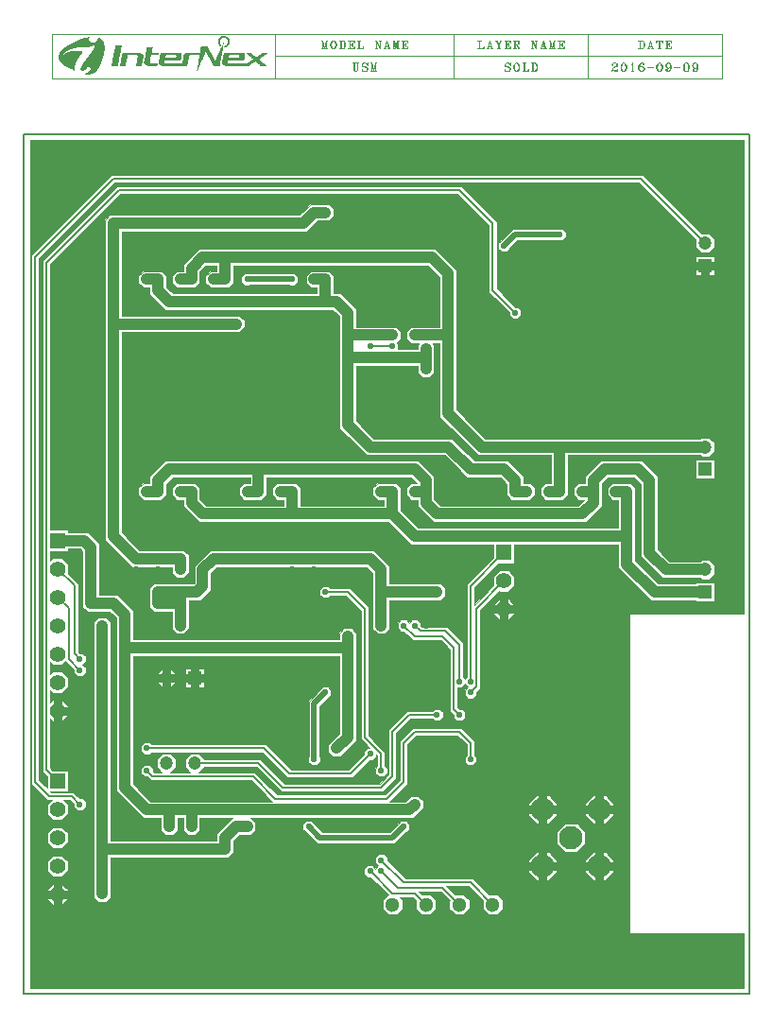
<source format=gbr>
%MOMM*%
%FSLAX33Y33*%
%ADD10C,0.200000*%
%ADD128C,0.100000*%
%ADD129C,0.080000*%
%ADD144C,1.300000*%
%ADD159C,1.400000*%
%ADD174C,0.750000*%
%ADD176C,0.500000*%
%ADD178C,1.000000*%
%ADD180C,0.550000*%
%ADD181C,5.000000*%
%ADD182R,1.400000X1.400000*%
%ADD183C,1.200000*%
%ADD184R,1.200000X1.200000*%
%ADD185C,2.100000*%
G90*G71*G01*D02*G54D10*X000000Y000000D02*X065000Y000000D01*X065000Y077000D01*
X000000Y077000D01*X000000Y000000D01*X001000Y066000D02*X001000Y019000D01*
X002250Y017750D02*X001000Y019000D01*X002000Y065500D02*X002000Y020080D01*
X003000Y019080D02*X002000Y020080D01*X004500Y036580D02*X004500Y030500D01*
X005000Y030000D02*X004500Y030500D01*X004000Y034540D02*X004000Y030000D01*
X005000Y029000D02*X004000Y030000D01*X030500Y034500D02*X030500Y023000D01*
X032000Y021500D02*X030500Y023000D01*X034000Y019000D02*X034000Y022500D01*
X035000Y023500D02*X034000Y022500D01*X033000Y019500D02*X033000Y023500D01*
X034500Y025000D02*X033000Y023500D01*X032000Y021500D02*X032000Y020000D01*
X042000Y063000D02*X042000Y069000D01*X039000Y072000D02*X042000Y069000D01*
X040000Y022500D02*X040000Y021000D01*X040000Y036540D02*X040000Y028000D01*
X040500Y034500D02*X040500Y027500D01*X040000Y027000D02*X040500Y027500D01*
X038500Y031000D02*X038500Y025500D01*X039000Y025000D02*X038500Y025500D01*
X039000Y031250D02*X039000Y028000D01*X040000Y010000D02*X034000Y010000D01*
X032000Y012000D02*X034000Y010000D01*X037500Y009500D02*X033500Y009500D01*
X032000Y011000D02*X033500Y009500D01*X035000Y009000D02*X033000Y009000D01*
X031000Y011000D02*X033000Y009000D01*X023750Y019750D02*X029250Y019750D01*
X031000Y021500D02*X029250Y019750D01*X011000Y022000D02*X021500Y022000D01*
X023750Y019750D02*X021500Y022000D01*X022500Y017500D02*X032500Y017500D01*
X034000Y019000D02*X032500Y017500D01*X011500Y019500D02*X020500Y019500D01*
X022500Y017500D02*X020500Y019500D01*X023190Y018500D02*X032000Y018500D01*
X033000Y019500D02*X032000Y018500D01*X015270Y020690D02*X021000Y020690D01*
X023190Y018500D02*X021000Y020690D01*X002250Y017750D02*X004250Y017750D01*
X005000Y017000D02*X004250Y017750D01*X035000Y023500D02*X039000Y023500D01*
X040000Y022500D02*X039000Y023500D01*X034500Y025000D02*X037000Y025000D01*
X035000Y032000D02*X037500Y032000D01*X038500Y031000D02*X037500Y032000D01*
X035500Y032500D02*X037750Y032500D01*X039000Y031250D02*X037750Y032500D01*
X027000Y036000D02*X029000Y036000D01*X030500Y034500D02*X029000Y036000D01*
X031000Y058000D02*X033000Y058000D01*X039000Y072000D02*X008500Y072000D01*
X002000Y065500D02*X008500Y072000D01*X055250Y073000D02*X008000Y073000D01*
X001000Y066000D02*X008000Y073000D01*X036000Y008000D02*X035000Y009000D01*
X039000Y008000D02*X037500Y009500D01*X042000Y008000D02*X040000Y010000D01*
X011000Y020000D02*X011500Y019500D01*X003000Y035540D02*X004000Y034540D01*
X034000Y033000D02*X035000Y032000D01*X035000Y033000D02*X035500Y032500D01*
X003000Y038080D02*X004500Y036580D01*X043000Y037000D02*X040500Y034500D01*
X043000Y039540D02*X040000Y036540D01*X044000Y061000D02*X042000Y063000D01*
X061000Y067250D02*X055250Y073000D01*D02*G54D128*X000550Y000550D02*
X064450Y000550D01*X064450Y000550D02*X064450Y005450D01*X064450Y005450D02*
X054200Y005450D01*X054200Y005450D02*X054200Y034050D01*X054200Y034050D02*
X064450Y034050D01*X064450Y034050D02*X064450Y076450D01*X064450Y076450D02*
X000550Y076450D01*X000550Y076450D02*X000550Y000550D01*X002105Y017400D02*
X002516Y017400D01*X002516Y017400D02*X002050Y016934D01*X002050Y016934D02*
X002050Y016147D01*X002050Y016147D02*X002607Y015590D01*X002607Y015590D02*
X003394Y015590D01*X003394Y015590D02*X003950Y016147D01*X003950Y016147D02*
X003950Y016934D01*X003950Y016934D02*X003484Y017400D01*X003484Y017400D02*
X004105Y017400D01*X004105Y017400D02*X004475Y017030D01*X004475Y017030D02*
X004475Y016783D01*X004475Y016783D02*X004783Y016475D01*X004783Y016475D02*
X005218Y016475D01*X005218Y016475D02*X005525Y016783D01*X005525Y016783D02*
X005525Y017218D01*X005525Y017218D02*X005218Y017525D01*X005218Y017525D02*
X004970Y017525D01*X004970Y017525D02*X004395Y018100D01*X004395Y018100D02*
X002395Y018100D01*X002395Y018100D02*X002365Y018130D01*X002365Y018130D02*
X003950Y018130D01*X003950Y018130D02*X003950Y020030D01*X003950Y020030D02*
X002545Y020030D01*X002545Y020030D02*X002350Y020225D01*X002350Y020225D02*
X002350Y024686D01*X002350Y024686D02*X002607Y024430D01*X002607Y024430D02*
X003394Y024430D01*X003394Y024430D02*X003950Y024987D01*X003950Y024987D02*
X003950Y025774D01*X003950Y025774D02*X003394Y026330D01*X003394Y026330D02*
X002607Y026330D01*X002607Y026330D02*X002350Y026074D01*X002350Y026074D02*
X002350Y027226D01*X002350Y027226D02*X002607Y026970D01*X002607Y026970D02*
X003394Y026970D01*X003394Y026970D02*X003950Y027527D01*X003950Y027527D02*
X003950Y028314D01*X003950Y028314D02*X003394Y028870D01*X003394Y028870D02*
X002607Y028870D01*X002607Y028870D02*X002350Y028614D01*X002350Y028614D02*
X002350Y029766D01*X002350Y029766D02*X002607Y029510D01*X002607Y029510D02*
X003394Y029510D01*X003394Y029510D02*X003694Y029811D01*X003694Y029811D02*
X004475Y029030D01*X004475Y029030D02*X004475Y028783D01*X004475Y028783D02*
X004783Y028475D01*X004783Y028475D02*X005218Y028475D01*X005218Y028475D02*
X005525Y028783D01*X005525Y028783D02*X005525Y029218D01*X005525Y029218D02*
X005243Y029500D01*X005243Y029500D02*X005525Y029783D01*X005525Y029783D02*
X005525Y030218D01*X005525Y030218D02*X005218Y030525D01*X005218Y030525D02*
X004970Y030525D01*X004970Y030525D02*X004850Y030645D01*X004850Y030645D02*
X004850Y036725D01*X004850Y036725D02*X003919Y037656D01*X003919Y037656D02*
X003950Y037687D01*X003950Y037687D02*X003950Y038474D01*X003950Y038474D02*
X003394Y039030D01*X003394Y039030D02*X002607Y039030D01*X002607Y039030D02*
X002350Y038774D01*X002350Y038774D02*X002350Y039670D01*X002350Y039670D02*
X003950Y039670D01*X003950Y039670D02*X003950Y039870D01*X003950Y039870D02*
X005069Y039870D01*X005069Y039870D02*X005250Y039689D01*X005250Y039689D02*
X005250Y034689D01*X005250Y034689D02*X005689Y034250D01*X005689Y034250D02*
X007689Y034250D01*X007689Y034250D02*X008250Y033689D01*X008250Y033689D02*
X008250Y018189D01*X008250Y018189D02*X010689Y015750D01*X010689Y015750D02*
X012250Y015750D01*X012250Y015750D02*X012250Y014689D01*X012250Y014689D02*
X012689Y014250D01*X012689Y014250D02*X013311Y014250D01*X013311Y014250D02*
X013750Y014689D01*X013750Y014689D02*X013750Y015750D01*X013750Y015750D02*
X014250Y015750D01*X014250Y015750D02*X014250Y014689D01*X014250Y014689D02*
X014689Y014250D01*X014689Y014250D02*X015311Y014250D01*X015311Y014250D02*
X015750Y014689D01*X015750Y014689D02*X015750Y015750D01*X015750Y015750D02*
X018689Y015750D01*X018689Y015750D02*X017250Y014311D01*X017250Y014311D02*
X017250Y013750D01*X017250Y013750D02*X007750Y013750D01*X007750Y013750D02*
X007750Y033311D01*X007750Y033311D02*X007311Y033750D01*X007311Y033750D02*
X006689Y033750D01*X006689Y033750D02*X006250Y033311D01*X006250Y033311D02*
X006250Y008689D01*X006250Y008689D02*X006689Y008250D01*X006689Y008250D02*
X007311Y008250D01*X007311Y008250D02*X007750Y008689D01*X007750Y008689D02*
X007750Y012250D01*X007750Y012250D02*X018311Y012250D01*X018311Y012250D02*
X018750Y012689D01*X018750Y012689D02*X018750Y013689D01*X018750Y013689D02*
X019311Y014250D01*X019311Y014250D02*X020311Y014250D01*X020311Y014250D02*
X020750Y014689D01*X020750Y014689D02*X020750Y015311D01*X020750Y015311D02*
X020311Y015750D01*X020311Y015750D02*X034811Y015750D01*X034811Y015750D02*
X035750Y016689D01*X035750Y016689D02*X035750Y017311D01*X035750Y017311D02*
X035311Y017750D01*X035311Y017750D02*X034689Y017750D01*X034689Y017750D02*
X034189Y017250D01*X034189Y017250D02*X032745Y017250D01*X032745Y017250D02*
X034350Y018855D01*X034350Y018855D02*X034350Y022355D01*X034350Y022355D02*
X035145Y023150D01*X035145Y023150D02*X038855Y023150D01*X038855Y023150D02*
X039650Y022355D01*X039650Y022355D02*X039650Y021393D01*X039650Y021393D02*
X039475Y021218D01*X039475Y021218D02*X039475Y020783D01*X039475Y020783D02*
X039783Y020475D01*X039783Y020475D02*X040218Y020475D01*X040218Y020475D02*
X040525Y020783D01*X040525Y020783D02*X040525Y021218D01*X040525Y021218D02*
X040350Y021393D01*X040350Y021393D02*X040350Y022645D01*X040350Y022645D02*
X039145Y023850D01*X039145Y023850D02*X034855Y023850D01*X034855Y023850D02*
X033650Y022645D01*X033650Y022645D02*X033650Y019145D01*X033650Y019145D02*
X032355Y017850D01*X032355Y017850D02*X022645Y017850D01*X022645Y017850D02*
X020645Y019850D01*X020645Y019850D02*X015632Y019850D01*X015632Y019850D02*
X016120Y020338D01*X016120Y020338D02*X016120Y020340D01*X016120Y020340D02*
X020855Y020340D01*X020855Y020340D02*X023045Y018150D01*X023045Y018150D02*
X032145Y018150D01*X032145Y018150D02*X033350Y019355D01*X033350Y019355D02*
X033350Y023355D01*X033350Y023355D02*X034645Y024650D01*X034645Y024650D02*
X036608Y024650D01*X036608Y024650D02*X036783Y024475D01*X036783Y024475D02*
X037218Y024475D01*X037218Y024475D02*X037525Y024783D01*X037525Y024783D02*
X037525Y025218D01*X037525Y025218D02*X037218Y025525D01*X037218Y025525D02*
X036783Y025525D01*X036783Y025525D02*X036608Y025350D01*X036608Y025350D02*
X034355Y025350D01*X034355Y025350D02*X032650Y023645D01*X032650Y023645D02*
X032650Y019645D01*X032650Y019645D02*X031855Y018850D01*X031855Y018850D02*
X023335Y018850D01*X023335Y018850D02*X021145Y021040D01*X021145Y021040D02*
X016120Y021040D01*X016120Y021040D02*X016120Y021042D01*X016120Y021042D02*
X015622Y021540D01*X015622Y021540D02*X014918Y021540D01*X014918Y021540D02*
X014420Y021042D01*X014420Y021042D02*X014420Y020338D01*X014420Y020338D02*
X014908Y019850D01*X014908Y019850D02*X013092Y019850D01*X013092Y019850D02*
X013580Y020338D01*X013580Y020338D02*X013580Y021042D01*X013580Y021042D02*
X013082Y021540D01*X013082Y021540D02*X012378Y021540D01*X012378Y021540D02*
X011880Y021042D01*X011880Y021042D02*X011880Y020338D01*X011880Y020338D02*
X012368Y019850D01*X012368Y019850D02*X011645Y019850D01*X011645Y019850D02*
X011525Y019970D01*X011525Y019970D02*X011525Y020218D01*X011525Y020218D02*
X011218Y020525D01*X011218Y020525D02*X010783Y020525D01*X010783Y020525D02*
X010475Y020218D01*X010475Y020218D02*X010475Y019783D01*X010475Y019783D02*
X010783Y019475D01*X010783Y019475D02*X011030Y019475D01*X011030Y019475D02*
X011355Y019150D01*X011355Y019150D02*X020355Y019150D01*X020355Y019150D02*
X022255Y017250D01*X022255Y017250D02*X011311Y017250D01*X011311Y017250D02*
X009750Y018811D01*X009750Y018811D02*X009750Y030250D01*X009750Y030250D02*
X028250Y030250D01*X028250Y030250D02*X028250Y023311D01*X028250Y023311D02*
X027250Y022311D01*X027250Y022311D02*X027250Y021689D01*X027250Y021689D02*
X027689Y021250D01*X027689Y021250D02*X028311Y021250D01*X028311Y021250D02*
X029750Y022689D01*X029750Y022689D02*X029750Y032311D01*X029750Y032311D02*
X029311Y032750D01*X029311Y032750D02*X028689Y032750D01*X028689Y032750D02*
X028250Y032311D01*X028250Y032311D02*X028250Y031750D01*X028250Y031750D02*
X009750Y031750D01*X009750Y031750D02*X009750Y034311D01*X009750Y034311D02*
X008311Y035750D01*X008311Y035750D02*X006750Y035750D01*X006750Y035750D02*
X006750Y040311D01*X006750Y040311D02*X005691Y041370D01*X005691Y041370D02*
X003950Y041370D01*X003950Y041370D02*X003950Y041570D01*X003950Y041570D02*
X002350Y041570D01*X002350Y041570D02*X002350Y065355D01*X002350Y065355D02*
X008645Y071650D01*X008645Y071650D02*X038855Y071650D01*X038855Y071650D02*
X041650Y068855D01*X041650Y068855D02*X041650Y062855D01*X041650Y062855D02*
X043475Y061030D01*X043475Y061030D02*X043475Y060783D01*X043475Y060783D02*
X043783Y060475D01*X043783Y060475D02*X044218Y060475D01*X044218Y060475D02*
X044525Y060783D01*X044525Y060783D02*X044525Y061218D01*X044525Y061218D02*
X044218Y061525D01*X044218Y061525D02*X043970Y061525D01*X043970Y061525D02*
X042350Y063145D01*X042350Y063145D02*X042350Y069145D01*X042350Y069145D02*
X039145Y072350D01*X039145Y072350D02*X008355Y072350D01*X008355Y072350D02*
X001650Y065645D01*X001650Y065645D02*X001650Y019935D01*X001650Y019935D02*
X002050Y019535D01*X002050Y019535D02*X002050Y018445D01*X002050Y018445D02*
X001350Y019145D01*X001350Y019145D02*X001350Y065855D01*X001350Y065855D02*
X008145Y072650D01*X008145Y072650D02*X055105Y072650D01*X055105Y072650D02*
X060151Y067604D01*X060151Y067604D02*X060150Y067602D01*X060150Y067602D02*
X060150Y066898D01*X060150Y066898D02*X060648Y066400D01*X060648Y066400D02*
X061352Y066400D01*X061352Y066400D02*X061850Y066898D01*X061850Y066898D02*
X061850Y067602D01*X061850Y067602D02*X061352Y068100D01*X061352Y068100D02*
X060648Y068100D01*X060648Y068100D02*X060647Y068099D01*X060647Y068099D02*
X055395Y073350D01*X055395Y073350D02*X007855Y073350D01*X007855Y073350D02*
X000650Y066145D01*X000650Y066145D02*X000650Y018855D01*X000650Y018855D02*
X002105Y017400D01*X002607Y013050D02*X003394Y013050D01*X003394Y013050D02*
X003950Y013607D01*X003950Y013607D02*X003950Y014394D01*X003950Y014394D02*
X003394Y014950D01*X003394Y014950D02*X002607Y014950D01*X002607Y014950D02*
X002050Y014394D01*X002050Y014394D02*X002050Y013607D01*X002050Y013607D02*
X002607Y013050D01*X002607Y010510D02*X003394Y010510D01*X003394Y010510D02*
X003950Y011067D01*X003950Y011067D02*X003950Y011854D01*X003950Y011854D02*
X003394Y012410D01*X003394Y012410D02*X002607Y012410D01*X002607Y012410D02*
X002050Y011854D01*X002050Y011854D02*X002050Y011067D01*X002050Y011067D02*
X002607Y010510D01*X002607Y007970D02*X003394Y007970D01*X003394Y007970D02*
X003950Y008527D01*X003950Y008527D02*X003950Y009314D01*X003950Y009314D02*
X003394Y009870D01*X003394Y009870D02*X002607Y009870D01*X002607Y009870D02*
X002050Y009314D01*X002050Y009314D02*X002050Y008527D01*X002050Y008527D02*
X002607Y007970D01*X025283Y014475D02*X025318Y014475D01*X025318Y014475D02*
X026293Y013500D01*X026293Y013500D02*X033207Y013500D01*X033207Y013500D02*
X034182Y014475D01*X034182Y014475D02*X034218Y014475D01*X034218Y014475D02*
X034525Y014783D01*X034525Y014783D02*X034525Y015218D01*X034525Y015218D02*
X034218Y015525D01*X034218Y015525D02*X033783Y015525D01*X033783Y015525D02*
X033475Y015218D01*X033475Y015218D02*X033475Y015182D01*X033475Y015182D02*
X032793Y014500D01*X032793Y014500D02*X026707Y014500D01*X026707Y014500D02*
X026025Y015182D01*X026025Y015182D02*X026025Y015218D01*X026025Y015218D02*
X025718Y015525D01*X025718Y015525D02*X025283Y015525D01*X025283Y015525D02*
X024975Y015218D01*X024975Y015218D02*X024975Y014783D01*X024975Y014783D02*
X025283Y014475D01*X030783Y010475D02*X031030Y010475D01*X031030Y010475D02*
X032616Y008889D01*X032616Y008889D02*X032100Y008373D01*X032100Y008373D02*
X032100Y007627D01*X032100Y007627D02*X032627Y007100D01*X032627Y007100D02*
X033373Y007100D01*X033373Y007100D02*X033900Y007627D01*X033900Y007627D02*
X033900Y008373D01*X033900Y008373D02*X033623Y008650D01*X033623Y008650D02*
X034855Y008650D01*X034855Y008650D02*X035116Y008389D01*X035116Y008389D02*
X035100Y008373D01*X035100Y008373D02*X035100Y007627D01*X035100Y007627D02*
X035627Y007100D01*X035627Y007100D02*X036373Y007100D01*X036373Y007100D02*
X036900Y007627D01*X036900Y007627D02*X036900Y008373D01*X036900Y008373D02*
X036373Y008900D01*X036373Y008900D02*X035627Y008900D01*X035627Y008900D02*
X035611Y008884D01*X035611Y008884D02*X035345Y009150D01*X035345Y009150D02*
X037355Y009150D01*X037355Y009150D02*X038116Y008389D01*X038116Y008389D02*
X038100Y008373D01*X038100Y008373D02*X038100Y007627D01*X038100Y007627D02*
X038627Y007100D01*X038627Y007100D02*X039373Y007100D01*X039373Y007100D02*
X039900Y007627D01*X039900Y007627D02*X039900Y008373D01*X039900Y008373D02*
X039373Y008900D01*X039373Y008900D02*X038627Y008900D01*X038627Y008900D02*
X038611Y008884D01*X038611Y008884D02*X037845Y009650D01*X037845Y009650D02*
X039855Y009650D01*X039855Y009650D02*X041116Y008389D01*X041116Y008389D02*
X041100Y008373D01*X041100Y008373D02*X041100Y007627D01*X041100Y007627D02*
X041627Y007100D01*X041627Y007100D02*X042373Y007100D01*X042373Y007100D02*
X042900Y007627D01*X042900Y007627D02*X042900Y008373D01*X042900Y008373D02*
X042373Y008900D01*X042373Y008900D02*X041627Y008900D01*X041627Y008900D02*
X041611Y008884D01*X041611Y008884D02*X040145Y010350D01*X040145Y010350D02*
X034145Y010350D01*X034145Y010350D02*X032525Y011970D01*X032525Y011970D02*
X032525Y012218D01*X032525Y012218D02*X032218Y012525D01*X032218Y012525D02*
X031783Y012525D01*X031783Y012525D02*X031475Y012218D01*X031475Y012218D02*
X031475Y011783D01*X031475Y011783D02*X031757Y011500D01*X031757Y011500D02*
X031500Y011243D01*X031500Y011243D02*X031218Y011525D01*X031218Y011525D02*
X030783Y011525D01*X030783Y011525D02*X030475Y011218D01*X030475Y011218D02*
X030475Y010783D01*X030475Y010783D02*X030783Y010475D01*X012378Y027460D02*
X013082Y027460D01*X013082Y027460D02*X013580Y027958D01*X013580Y027958D02*
X013580Y028662D01*X013580Y028662D02*X013082Y029160D01*X013082Y029160D02*
X012378Y029160D01*X012378Y029160D02*X011880Y028662D01*X011880Y028662D02*
X011880Y027958D01*X011880Y027958D02*X012378Y027460D01*X016120Y027460D02*
X016120Y029160D01*X016120Y029160D02*X014420Y029160D01*X014420Y029160D02*
X014420Y027460D01*X014420Y027460D02*X016120Y027460D01*X025783Y020475D02*
X026218Y020475D01*X026218Y020475D02*X026525Y020783D01*X026525Y020783D02*
X026525Y021218D01*X026525Y021218D02*X026500Y021243D01*X026500Y021243D02*
X026500Y025793D01*X026500Y025793D02*X027182Y026475D01*X027182Y026475D02*
X027218Y026475D01*X027218Y026475D02*X027525Y026783D01*X027525Y026783D02*
X027525Y027218D01*X027525Y027218D02*X027218Y027525D01*X027218Y027525D02*
X026783Y027525D01*X026783Y027525D02*X026475Y027218D01*X026475Y027218D02*
X026475Y027182D01*X026475Y027182D02*X025500Y026207D01*X025500Y026207D02*
X025500Y021243D01*X025500Y021243D02*X025475Y021218D01*X025475Y021218D02*
X025475Y020783D01*X025475Y020783D02*X025783Y020475D01*X009689Y038250D02*
X013250Y038250D01*X013250Y038250D02*X013250Y037689D01*X013250Y037689D02*
X013689Y037250D01*X013689Y037250D02*X014311Y037250D01*X014311Y037250D02*
X014750Y037689D01*X014750Y037689D02*X014750Y039311D01*X014750Y039311D02*
X014311Y039750D01*X014311Y039750D02*X010311Y039750D01*X010311Y039750D02*
X008750Y041311D01*X008750Y041311D02*X008750Y059250D01*X008750Y059250D02*
X019311Y059250D01*X019311Y059250D02*X019750Y059689D01*X019750Y059689D02*
X019750Y060311D01*X019750Y060311D02*X019311Y060750D01*X019311Y060750D02*
X008750Y060750D01*X008750Y060750D02*X008750Y068250D01*X008750Y068250D02*
X025311Y068250D01*X025311Y068250D02*X026311Y069250D01*X026311Y069250D02*
X027311Y069250D01*X027311Y069250D02*X027750Y069689D01*X027750Y069689D02*
X027750Y070311D01*X027750Y070311D02*X027311Y070750D01*X027311Y070750D02*
X025689Y070750D01*X025689Y070750D02*X024689Y069750D01*X024689Y069750D02*
X007689Y069750D01*X007689Y069750D02*X007250Y069311D01*X007250Y069311D02*
X007250Y040689D01*X007250Y040689D02*X009689Y038250D01*X010689Y063250D02*
X011250Y063250D01*X011250Y063250D02*X011250Y062689D01*X011250Y062689D02*
X012689Y061250D01*X012689Y061250D02*X027689Y061250D01*X027689Y061250D02*
X028250Y060689D01*X028250Y060689D02*X028250Y050689D01*X028250Y050689D02*
X030689Y048250D01*X030689Y048250D02*X037689Y048250D01*X037689Y048250D02*
X039689Y046250D01*X039689Y046250D02*X042689Y046250D01*X042689Y046250D02*
X043250Y045689D01*X043250Y045689D02*X043250Y044689D01*X043250Y044689D02*
X043689Y044250D01*X043689Y044250D02*X045311Y044250D01*X045311Y044250D02*
X045750Y044689D01*X045750Y044689D02*X045750Y045311D01*X045750Y045311D02*
X045311Y045750D01*X045311Y045750D02*X044750Y045750D01*X044750Y045750D02*
X044750Y046311D01*X044750Y046311D02*X043311Y047750D01*X043311Y047750D02*
X040311Y047750D01*X040311Y047750D02*X038311Y049750D01*X038311Y049750D02*
X031311Y049750D01*X031311Y049750D02*X029750Y051311D01*X029750Y051311D02*
X029750Y056250D01*X029750Y056250D02*X035250Y056250D01*X035250Y056250D02*
X035250Y055689D01*X035250Y055689D02*X035689Y055250D01*X035689Y055250D02*
X036311Y055250D01*X036311Y055250D02*X036750Y055689D01*X036750Y055689D02*
X036750Y058111D01*X036750Y058111D02*X036611Y058250D01*X036611Y058250D02*
X037250Y058250D01*X037250Y058250D02*X037250Y051689D01*X037250Y051689D02*
X040689Y048250D01*X040689Y048250D02*X047250Y048250D01*X047250Y048250D02*
X047250Y045750D01*X047250Y045750D02*X046689Y045750D01*X046689Y045750D02*
X046250Y045311D01*X046250Y045311D02*X046250Y044689D01*X046250Y044689D02*
X046689Y044250D01*X046689Y044250D02*X048311Y044250D01*X048311Y044250D02*
X048750Y044689D01*X048750Y044689D02*X048750Y048250D01*X048750Y048250D02*
X060548Y048250D01*X060548Y048250D02*X060648Y048150D01*X060648Y048150D02*
X061352Y048150D01*X061352Y048150D02*X061850Y048648D01*X061850Y048648D02*
X061850Y049352D01*X061850Y049352D02*X061352Y049850D01*X061352Y049850D02*
X060648Y049850D01*X060648Y049850D02*X060548Y049750D01*X060548Y049750D02*
X041311Y049750D01*X041311Y049750D02*X038750Y052311D01*X038750Y052311D02*
X038750Y064811D01*X038750Y064811D02*X036811Y066750D01*X036811Y066750D02*
X015689Y066750D01*X015689Y066750D02*X014250Y065311D01*X014250Y065311D02*
X014250Y064750D01*X014250Y064750D02*X013689Y064750D01*X013689Y064750D02*
X013250Y064311D01*X013250Y064311D02*X013250Y063689D01*X013250Y063689D02*
X013689Y063250D01*X013689Y063250D02*X015311Y063250D01*X015311Y063250D02*
X015750Y063689D01*X015750Y063689D02*X015750Y064689D01*X015750Y064689D02*
X016311Y065250D01*X016311Y065250D02*X017250Y065250D01*X017250Y065250D02*
X017250Y064750D01*X017250Y064750D02*X016689Y064750D01*X016689Y064750D02*
X016250Y064311D01*X016250Y064311D02*X016250Y063689D01*X016250Y063689D02*
X016689Y063250D01*X016689Y063250D02*X018311Y063250D01*X018311Y063250D02*
X018750Y063689D01*X018750Y063689D02*X018750Y065250D01*X018750Y065250D02*
X036189Y065250D01*X036189Y065250D02*X037250Y064189D01*X037250Y064189D02*
X037250Y059750D01*X037250Y059750D02*X034689Y059750D01*X034689Y059750D02*
X034250Y059311D01*X034250Y059311D02*X034250Y058689D01*X034250Y058689D02*
X034689Y058250D01*X034689Y058250D02*X035389Y058250D01*X035389Y058250D02*
X035250Y058111D01*X035250Y058111D02*X035250Y057750D01*X035250Y057750D02*
X033493Y057750D01*X033493Y057750D02*X033525Y057783D01*X033525Y057783D02*
X033525Y058218D01*X033525Y058218D02*X033402Y058341D01*X033402Y058341D02*
X033750Y058689D01*X033750Y058689D02*X033750Y059311D01*X033750Y059311D02*
X033311Y059750D01*X033311Y059750D02*X029750Y059750D01*X029750Y059750D02*
X029750Y061311D01*X029750Y061311D02*X028311Y062750D01*X028311Y062750D02*
X027750Y062750D01*X027750Y062750D02*X027750Y064311D01*X027750Y064311D02*
X027311Y064750D01*X027311Y064750D02*X025689Y064750D01*X025689Y064750D02*
X025250Y064311D01*X025250Y064311D02*X025250Y063689D01*X025250Y063689D02*
X025689Y063250D01*X025689Y063250D02*X026250Y063250D01*X026250Y063250D02*
X026250Y062750D01*X026250Y062750D02*X013311Y062750D01*X013311Y062750D02*
X012750Y063311D01*X012750Y063311D02*X012750Y064311D01*X012750Y064311D02*
X012311Y064750D01*X012311Y064750D02*X010689Y064750D01*X010689Y064750D02*
X010250Y064311D01*X010250Y064311D02*X010250Y063689D01*X010250Y063689D02*
X010689Y063250D01*X019783Y063475D02*X020218Y063475D01*X020218Y063475D02*
X020243Y063500D01*X020243Y063500D02*X023758Y063500D01*X023758Y063500D02*
X023783Y063475D01*X023783Y063475D02*X024218Y063475D01*X024218Y063475D02*
X024525Y063783D01*X024525Y063783D02*X024525Y064218D01*X024525Y064218D02*
X024218Y064525D01*X024218Y064525D02*X023783Y064525D01*X023783Y064525D02*
X023758Y064500D01*X023758Y064500D02*X020243Y064500D01*X020243Y064500D02*
X020218Y064525D01*X020218Y064525D02*X019783Y064525D01*X019783Y064525D02*
X019475Y064218D01*X019475Y064218D02*X019475Y063783D01*X019475Y063783D02*
X019783Y063475D01*X010689Y044250D02*X012311Y044250D01*X012311Y044250D02*
X012750Y044689D01*X012750Y044689D02*X012750Y045689D01*X012750Y045689D02*
X013311Y046250D01*X013311Y046250D02*X020250Y046250D01*X020250Y046250D02*
X020250Y045750D01*X020250Y045750D02*X019689Y045750D01*X019689Y045750D02*
X019250Y045311D01*X019250Y045311D02*X019250Y044689D01*X019250Y044689D02*
X019689Y044250D01*X019689Y044250D02*X021311Y044250D01*X021311Y044250D02*
X021750Y044689D01*X021750Y044689D02*X021750Y046250D01*X021750Y046250D02*
X034689Y046250D01*X034689Y046250D02*X035189Y045750D01*X035189Y045750D02*
X034689Y045750D01*X034689Y045750D02*X034250Y045311D01*X034250Y045311D02*
X034250Y044689D01*X034250Y044689D02*X034689Y044250D01*X034689Y044250D02*
X035250Y044250D01*X035250Y044250D02*X035250Y043689D01*X035250Y043689D02*
X036689Y042250D01*X036689Y042250D02*X050311Y042250D01*X050311Y042250D02*
X051750Y043689D01*X051750Y043689D02*X051750Y045689D01*X051750Y045689D02*
X052311Y046250D01*X052311Y046250D02*X054689Y046250D01*X054689Y046250D02*
X055250Y045689D01*X055250Y045689D02*X055250Y039189D01*X055250Y039189D02*
X057189Y037250D01*X057189Y037250D02*X060548Y037250D01*X060548Y037250D02*
X060648Y037150D01*X060648Y037150D02*X061352Y037150D01*X061352Y037150D02*
X061850Y037648D01*X061850Y037648D02*X061850Y038352D01*X061850Y038352D02*
X061352Y038850D01*X061352Y038850D02*X060648Y038850D01*X060648Y038850D02*
X060548Y038750D01*X060548Y038750D02*X057811Y038750D01*X057811Y038750D02*
X056750Y039811D01*X056750Y039811D02*X056750Y046311D01*X056750Y046311D02*
X055311Y047750D01*X055311Y047750D02*X051689Y047750D01*X051689Y047750D02*
X050250Y046311D01*X050250Y046311D02*X050250Y045750D01*X050250Y045750D02*
X049689Y045750D01*X049689Y045750D02*X049250Y045311D01*X049250Y045311D02*
X049250Y044689D01*X049250Y044689D02*X049689Y044250D01*X049689Y044250D02*
X050189Y044250D01*X050189Y044250D02*X049689Y043750D01*X049689Y043750D02*
X037311Y043750D01*X037311Y043750D02*X036750Y044311D01*X036750Y044311D02*
X036750Y046311D01*X036750Y046311D02*X035311Y047750D01*X035311Y047750D02*
X012689Y047750D01*X012689Y047750D02*X011250Y046311D01*X011250Y046311D02*
X011250Y045750D01*X011250Y045750D02*X010689Y045750D01*X010689Y045750D02*
X010250Y045311D01*X010250Y045311D02*X010250Y044689D01*X010250Y044689D02*
X010689Y044250D01*X013689Y044250D02*X014250Y044250D01*X014250Y044250D02*
X014250Y043689D01*X014250Y043689D02*X015689Y042250D01*X015689Y042250D02*
X032689Y042250D01*X032689Y042250D02*X034689Y040250D01*X034689Y040250D02*
X042050Y040250D01*X042050Y040250D02*X042050Y039085D01*X042050Y039085D02*
X039650Y036685D01*X039650Y036685D02*X039650Y028393D01*X039650Y028393D02*
X039500Y028243D01*X039500Y028243D02*X039350Y028393D01*X039350Y028393D02*
X039350Y031395D01*X039350Y031395D02*X037895Y032850D01*X037895Y032850D02*
X035645Y032850D01*X035645Y032850D02*X035525Y032970D01*X035525Y032970D02*
X035525Y033218D01*X035525Y033218D02*X035218Y033525D01*X035218Y033525D02*
X034783Y033525D01*X034783Y033525D02*X034500Y033243D01*X034500Y033243D02*
X034218Y033525D01*X034218Y033525D02*X033783Y033525D01*X033783Y033525D02*
X033475Y033218D01*X033475Y033218D02*X033475Y032783D01*X033475Y032783D02*
X033783Y032475D01*X033783Y032475D02*X034030Y032475D01*X034030Y032475D02*
X034855Y031650D01*X034855Y031650D02*X037355Y031650D01*X037355Y031650D02*
X038150Y030855D01*X038150Y030855D02*X038150Y025355D01*X038150Y025355D02*
X038475Y025030D01*X038475Y025030D02*X038475Y024783D01*X038475Y024783D02*
X038783Y024475D01*X038783Y024475D02*X039218Y024475D01*X039218Y024475D02*
X039525Y024783D01*X039525Y024783D02*X039525Y025218D01*X039525Y025218D02*
X039218Y025525D01*X039218Y025525D02*X038970Y025525D01*X038970Y025525D02*
X038850Y025645D01*X038850Y025645D02*X038850Y027475D01*X038850Y027475D02*
X039218Y027475D01*X039218Y027475D02*X039500Y027757D01*X039500Y027757D02*
X039757Y027500D01*X039757Y027500D02*X039475Y027218D01*X039475Y027218D02*
X039475Y026783D01*X039475Y026783D02*X039783Y026475D01*X039783Y026475D02*
X040218Y026475D01*X040218Y026475D02*X040525Y026783D01*X040525Y026783D02*
X040525Y027030D01*X040525Y027030D02*X040850Y027355D01*X040850Y027355D02*
X040850Y034355D01*X040850Y034355D02*X042576Y036081D01*X042576Y036081D02*
X042607Y036050D01*X042607Y036050D02*X043394Y036050D01*X043394Y036050D02*
X043950Y036607D01*X043950Y036607D02*X043950Y037394D01*X043950Y037394D02*
X043394Y037950D01*X043394Y037950D02*X042607Y037950D01*X042607Y037950D02*
X042050Y037394D01*X042050Y037394D02*X042050Y036607D01*X042050Y036607D02*
X042081Y036576D01*X042081Y036576D02*X040350Y034845D01*X040350Y034845D02*
X040350Y036395D01*X040350Y036395D02*X042545Y038590D01*X042545Y038590D02*
X043950Y038590D01*X043950Y038590D02*X043950Y040250D01*X043950Y040250D02*
X053250Y040250D01*X053250Y040250D02*X053250Y038189D01*X053250Y038189D02*
X056189Y035250D01*X056189Y035250D02*X060150Y035250D01*X060150Y035250D02*
X060150Y035150D01*X060150Y035150D02*X061850Y035150D01*X061850Y035150D02*
X061850Y036850D01*X061850Y036850D02*X060150Y036850D01*X060150Y036850D02*
X060150Y036750D01*X060150Y036750D02*X056811Y036750D01*X056811Y036750D02*
X054750Y038811D01*X054750Y038811D02*X054750Y045311D01*X054750Y045311D02*
X054311Y045750D01*X054311Y045750D02*X052689Y045750D01*X052689Y045750D02*
X052250Y045311D01*X052250Y045311D02*X052250Y044689D01*X052250Y044689D02*
X052689Y044250D01*X052689Y044250D02*X053250Y044250D01*X053250Y044250D02*
X053250Y041750D01*X053250Y041750D02*X035311Y041750D01*X035311Y041750D02*
X033750Y043311D01*X033750Y043311D02*X033750Y045311D01*X033750Y045311D02*
X033311Y045750D01*X033311Y045750D02*X031689Y045750D01*X031689Y045750D02*
X031250Y045311D01*X031250Y045311D02*X031250Y044689D01*X031250Y044689D02*
X031689Y044250D01*X031689Y044250D02*X032250Y044250D01*X032250Y044250D02*
X032250Y043750D01*X032250Y043750D02*X024750Y043750D01*X024750Y043750D02*
X024750Y045311D01*X024750Y045311D02*X024311Y045750D01*X024311Y045750D02*
X022689Y045750D01*X022689Y045750D02*X022250Y045311D01*X022250Y045311D02*
X022250Y044689D01*X022250Y044689D02*X022689Y044250D01*X022689Y044250D02*
X023250Y044250D01*X023250Y044250D02*X023250Y043750D01*X023250Y043750D02*
X016311Y043750D01*X016311Y043750D02*X015750Y044311D01*X015750Y044311D02*
X015750Y045311D01*X015750Y045311D02*X015311Y045750D01*X015311Y045750D02*
X013689Y045750D01*X013689Y045750D02*X013250Y045311D01*X013250Y045311D02*
X013250Y044689D01*X013250Y044689D02*X013689Y044250D01*X011689Y034250D02*
X013250Y034250D01*X013250Y034250D02*X013250Y032689D01*X013250Y032689D02*
X013689Y032250D01*X013689Y032250D02*X014311Y032250D01*X014311Y032250D02*
X014750Y032689D01*X014750Y032689D02*X014750Y035250D01*X014750Y035250D02*
X015811Y035250D01*X015811Y035250D02*X016750Y036189D01*X016750Y036189D02*
X016750Y037689D01*X016750Y037689D02*X017311Y038250D01*X017311Y038250D02*
X030689Y038250D01*X030689Y038250D02*X031250Y037689D01*X031250Y037689D02*
X031250Y032689D01*X031250Y032689D02*X031689Y032250D01*X031689Y032250D02*
X032311Y032250D01*X032311Y032250D02*X032750Y032689D01*X032750Y032689D02*
X032750Y035250D01*X032750Y035250D02*X037311Y035250D01*X037311Y035250D02*
X037750Y035689D01*X037750Y035689D02*X037750Y036311D01*X037750Y036311D02*
X037311Y036750D01*X037311Y036750D02*X032750Y036750D01*X032750Y036750D02*
X032750Y038311D01*X032750Y038311D02*X031311Y039750D01*X031311Y039750D02*
X016689Y039750D01*X016689Y039750D02*X015250Y038311D01*X015250Y038311D02*
X015250Y036811D01*X015250Y036811D02*X015189Y036750D01*X015189Y036750D02*
X011689Y036750D01*X011689Y036750D02*X011250Y036311D01*X011250Y036311D02*
X011250Y034689D01*X011250Y034689D02*X011689Y034250D01*X010783Y021475D02*
X011218Y021475D01*X011218Y021475D02*X011393Y021650D01*X011393Y021650D02*
X021355Y021650D01*X021355Y021650D02*X023605Y019400D01*X023605Y019400D02*
X029395Y019400D01*X029395Y019400D02*X030970Y020975D01*X030970Y020975D02*
X031218Y020975D01*X031218Y020975D02*X031525Y021283D01*X031525Y021283D02*
X031525Y021480D01*X031525Y021480D02*X031650Y021355D01*X031650Y021355D02*
X031650Y020393D01*X031650Y020393D02*X031475Y020218D01*X031475Y020218D02*
X031475Y019783D01*X031475Y019783D02*X031783Y019475D01*X031783Y019475D02*
X032218Y019475D01*X032218Y019475D02*X032525Y019783D01*X032525Y019783D02*
X032525Y020218D01*X032525Y020218D02*X032350Y020393D01*X032350Y020393D02*
X032350Y021645D01*X032350Y021645D02*X030850Y023145D01*X030850Y023145D02*
X030850Y034645D01*X030850Y034645D02*X029145Y036350D01*X029145Y036350D02*
X027393Y036350D01*X027393Y036350D02*X027218Y036525D01*X027218Y036525D02*
X026783Y036525D01*X026783Y036525D02*X026475Y036218D01*X026475Y036218D02*
X026475Y035783D01*X026475Y035783D02*X026783Y035475D01*X026783Y035475D02*
X027218Y035475D01*X027218Y035475D02*X027393Y035650D01*X027393Y035650D02*
X028855Y035650D01*X028855Y035650D02*X030150Y034355D01*X030150Y034355D02*
X030150Y022855D01*X030150Y022855D02*X030980Y022025D01*X030980Y022025D02*
X030783Y022025D01*X030783Y022025D02*X030475Y021718D01*X030475Y021718D02*
X030475Y021470D01*X030475Y021470D02*X029105Y020100D01*X029105Y020100D02*
X023895Y020100D01*X023895Y020100D02*X021645Y022350D01*X021645Y022350D02*
X011393Y022350D01*X011393Y022350D02*X011218Y022525D01*X011218Y022525D02*
X010783Y022525D01*X010783Y022525D02*X010475Y022218D01*X010475Y022218D02*
X010475Y021783D01*X010475Y021783D02*X010783Y021475D01*X042607Y033510D02*
X043394Y033510D01*X043394Y033510D02*X043950Y034067D01*X043950Y034067D02*
X043950Y034854D01*X043950Y034854D02*X043394Y035410D01*X043394Y035410D02*
X042607Y035410D01*X042607Y035410D02*X042050Y034854D01*X042050Y034854D02*
X042050Y034067D01*X042050Y034067D02*X042607Y033510D01*X045922Y015240D02*
X046999Y015240D01*X046999Y015240D02*X047760Y016002D01*X047760Y016002D02*
X047760Y017079D01*X047760Y017079D02*X046999Y017840D01*X046999Y017840D02*
X045922Y017840D01*X045922Y017840D02*X045160Y017079D01*X045160Y017079D02*
X045160Y016002D01*X045160Y016002D02*X045922Y015240D01*X045922Y010160D02*
X046999Y010160D01*X046999Y010160D02*X047760Y010922D01*X047760Y010922D02*
X047760Y011999D01*X047760Y011999D02*X046999Y012760D01*X046999Y012760D02*
X045922Y012760D01*X045922Y012760D02*X045160Y011999D01*X045160Y011999D02*
X045160Y010922D01*X045160Y010922D02*X045922Y010160D01*X048462Y012700D02*
X049539Y012700D01*X049539Y012700D02*X050300Y013462D01*X050300Y013462D02*
X050300Y014539D01*X050300Y014539D02*X049539Y015300D01*X049539Y015300D02*
X048462Y015300D01*X048462Y015300D02*X047700Y014539D01*X047700Y014539D02*
X047700Y013462D01*X047700Y013462D02*X048462Y012700D01*X051002Y015240D02*
X052079Y015240D01*X052079Y015240D02*X052840Y016002D01*X052840Y016002D02*
X052840Y017079D01*X052840Y017079D02*X052079Y017840D01*X052079Y017840D02*
X051002Y017840D01*X051002Y017840D02*X050240Y017079D01*X050240Y017079D02*
X050240Y016002D01*X050240Y016002D02*X051002Y015240D01*X051002Y010160D02*
X052079Y010160D01*X052079Y010160D02*X052840Y010922D01*X052840Y010922D02*
X052840Y011999D01*X052840Y011999D02*X052079Y012760D01*X052079Y012760D02*
X051002Y012760D01*X051002Y012760D02*X050240Y011999D01*X050240Y011999D02*
X050240Y010922D01*X050240Y010922D02*X051002Y010160D01*X061850Y046150D02*
X061850Y047850D01*X061850Y047850D02*X060150Y047850D01*X060150Y047850D02*
X060150Y046150D01*X060150Y046150D02*X061850Y046150D01*X042783Y066475D02*
X043218Y066475D01*X043218Y066475D02*X043525Y066783D01*X043525Y066783D02*
X043525Y066818D01*X043525Y066818D02*X044207Y067500D01*X044207Y067500D02*
X047758Y067500D01*X047758Y067500D02*X047783Y067475D01*X047783Y067475D02*
X048218Y067475D01*X048218Y067475D02*X048525Y067783D01*X048525Y067783D02*
X048525Y068218D01*X048525Y068218D02*X048218Y068525D01*X048218Y068525D02*
X047783Y068525D01*X047783Y068525D02*X047758Y068500D01*X047758Y068500D02*
X043793Y068500D01*X043793Y068500D02*X042818Y067525D01*X042818Y067525D02*
X042783Y067525D01*X042783Y067525D02*X042475Y067218D01*X042475Y067218D02*
X042475Y066783D01*X042475Y066783D02*X042783Y066475D01*X061850Y064400D02*
X061850Y066100D01*X061850Y066100D02*X060150Y066100D01*X060150Y066100D02*
X060150Y064400D01*X060150Y064400D02*X061850Y064400D01*D02*G54D129*
X022500Y086000D02*X002500Y086000D01*X002500Y082000D01*X022500Y082000D01*
X022500Y084000D02*X062500Y084000D01*X029513Y083388D02*X029513Y082867D01*
X029539Y082770D01*X029591Y082697D01*X029674Y082661D01*X029721Y082661D01*
X029804Y082697D01*X029851Y082770D01*X029877Y082867D01*X029877Y083364D01*
X029539Y083364D02*X029539Y082830D01*X029570Y082770D01*X029570Y083388D02*
X029570Y082830D01*X029591Y082733D01*X029617Y082697D01*X029674Y082661D01*
X029440Y083388D02*X029643Y083388D01*X029804Y083388D02*X029960Y083388D01*
X029461Y083388D02*X029513Y083364D01*X029487Y083388D02*X029513Y083327D01*
X029591Y083388D02*X029570Y083327D01*X029617Y083388D02*X029570Y083364D01*
X029825Y083388D02*X029877Y083364D01*X029934Y083388D02*X029877Y083364D01*
X030718Y083291D02*X030760Y083388D01*X030760Y083182D01*X030718Y083291D01*
X030646Y083364D01*X030531Y083388D01*X030422Y083388D01*X030313Y083364D01*
X030240Y083291D01*X030240Y083182D01*X030276Y083121D01*X030386Y083048D01*
X030609Y082976D01*X030682Y082939D01*X030718Y082867D01*X030718Y082770D01*
X030682Y082697D01*X030276Y083182D02*X030313Y083121D01*X030386Y083085D01*
X030609Y083012D01*X030682Y082976D01*X030718Y082903D01*X030313Y083364D02*
X030276Y083291D01*X030276Y083218D01*X030313Y083145D01*X030386Y083121D01*
X030609Y083048D01*X030718Y082976D01*X030760Y082903D01*X030760Y082806D01*
X030718Y082733D01*X030682Y082697D01*X030573Y082661D01*X030458Y082661D01*
X030349Y082697D01*X030276Y082770D01*X030240Y082867D01*X030240Y082661D01*
X030276Y082770D01*X031108Y083388D02*X031108Y082697D01*X031108Y083388D02*
X031274Y082661D01*X031134Y083388D02*X031274Y082770D01*X031154Y083388D02*
X031295Y082770D01*X031440Y083388D02*X031274Y082661D01*X031440Y083388D02*
X031440Y082661D01*X031461Y083364D02*X031461Y082697D01*X031487Y083388D02*
X031487Y082661D01*X031040Y083388D02*X031154Y083388D01*X031440Y083388D02*
X031560Y083388D01*X031040Y082661D02*X031180Y082661D01*X031368Y082661D02*
X031560Y082661D01*X031061Y083388D02*X031108Y083364D01*X031508Y083388D02*
X031487Y083327D01*X031534Y083388D02*X031487Y083364D01*X031108Y082697D02*
X031061Y082661D01*X031108Y082697D02*X031154Y082661D01*X031440Y082697D02*
X031394Y082661D01*X031440Y082733D02*X031414Y082661D01*X031487Y082733D02*
X031508Y082661D01*X031487Y082697D02*X031534Y082661D01*X026708Y085388D02*
X026708Y084697D01*X026708Y085388D02*X026874Y084661D01*X026734Y085388D02*
X026874Y084770D01*X026754Y085388D02*X026895Y084770D01*X027040Y085388D02*
X026874Y084661D01*X027040Y085388D02*X027040Y084661D01*X027061Y085364D02*
X027061Y084697D01*X027087Y085388D02*X027087Y084661D01*X026640Y085388D02*
X026754Y085388D01*X027040Y085388D02*X027160Y085388D01*X026640Y084661D02*
X026780Y084661D01*X026968Y084661D02*X027160Y084661D01*X026661Y085388D02*
X026708Y085364D01*X027108Y085388D02*X027087Y085327D01*X027134Y085388D02*
X027087Y085364D01*X026708Y084697D02*X026661Y084661D01*X026708Y084697D02*
X026754Y084661D01*X027040Y084697D02*X026994Y084661D01*X027040Y084733D02*
X027014Y084661D01*X027087Y084733D02*X027108Y084661D01*X027087Y084697D02*
X027134Y084661D01*X027664Y085388D02*X027570Y085364D01*X027502Y085291D01*
X027471Y085218D01*X027440Y085085D01*X027440Y084976D01*X027471Y084830D01*
X027502Y084770D01*X027570Y084697D01*X027664Y084661D01*X027731Y084661D01*
X027830Y084697D01*X027892Y084770D01*X027924Y084830D01*X027960Y084976D01*
X027960Y085085D01*X027924Y085218D01*X027892Y085291D01*X027830Y085364D01*
X027731Y085388D01*X027664Y085388D01*X027534Y085291D02*X027502Y085218D01*
X027471Y085121D01*X027471Y084939D01*X027502Y084830D01*X027534Y084770D01*
X027861Y084770D02*X027892Y084830D01*X027924Y084939D01*X027924Y085121D01*
X027892Y085218D01*X027861Y085291D01*X027664Y085388D02*X027601Y085364D01*
X027534Y085255D01*X027502Y085121D01*X027502Y084939D01*X027534Y084806D01*
X027601Y084697D01*X027664Y084661D01*X027731Y084661D02*X027794Y084697D01*
X027861Y084806D01*X027892Y084939D01*X027892Y085121D01*X027861Y085255D01*
X027794Y085364D01*X027731Y085388D01*X028328Y085388D02*X028328Y084661D01*
X028360Y085364D02*X028360Y084697D01*X028391Y085388D02*X028391Y084661D01*
X028240Y085388D02*X028542Y085388D01*X028635Y085364D01*X028698Y085291D01*
X028729Y085218D01*X028760Y085121D01*X028760Y084939D01*X028729Y084830D01*
X028698Y084770D01*X028635Y084697D01*X028542Y084661D01*X028240Y084661D01*
X028666Y085291D02*X028698Y085218D01*X028729Y085121D01*X028729Y084939D01*
X028698Y084830D01*X028666Y084770D01*X028542Y085388D02*X028604Y085364D01*
X028666Y085255D01*X028698Y085121D01*X028698Y084939D01*X028666Y084806D01*
X028604Y084697D01*X028542Y084661D01*X028266Y085388D02*X028328Y085364D01*
X028297Y085388D02*X028328Y085327D01*X028422Y085388D02*X028391Y085327D01*
X028453Y085388D02*X028391Y085364D01*X028328Y084697D02*X028266Y084661D01*
X028328Y084733D02*X028297Y084661D01*X028391Y084733D02*X028422Y084661D01*
X028391Y084697D02*X028453Y084661D01*X029134Y085388D02*X029134Y084661D01*
X029165Y085364D02*X029165Y084697D01*X029201Y085388D02*X029201Y084661D01*
X029040Y085388D02*X029560Y085388D01*X029560Y085182D01*X029201Y085048D02*
X029394Y085048D01*X029394Y085182D02*X029394Y084903D01*X029040Y084661D02*
X029560Y084661D01*X029560Y084867D01*X029071Y085388D02*X029134Y085364D01*
X029102Y085388D02*X029134Y085327D01*X029232Y085388D02*X029201Y085327D01*
X029264Y085388D02*X029201Y085364D01*X029394Y085388D02*X029560Y085364D01*
X029461Y085388D02*X029560Y085327D01*X029492Y085388D02*X029560Y085291D01*
X029524Y085388D02*X029560Y085182D01*X029394Y085182D02*X029362Y085048D01*
X029394Y084903D01*X029394Y085121D02*X029331Y085048D01*X029394Y084976D01*
X029394Y085085D02*X029264Y085048D01*X029394Y085012D01*X029134Y084697D02*
X029071Y084661D01*X029134Y084733D02*X029102Y084661D01*X029201Y084733D02*
X029232Y084661D01*X029201Y084697D02*X029264Y084661D01*X029394Y084661D02*
X029560Y084697D01*X029461Y084661D02*X029560Y084733D01*X029492Y084661D02*
X029560Y084770D01*X029524Y084661D02*X029560Y084867D01*X029944Y085388D02*
X029944Y084661D01*X029975Y085364D02*X029975Y084697D01*X030012Y085388D02*
X030012Y084661D01*X029840Y085388D02*X030116Y085388D01*X029840Y084661D02*
X030360Y084661D01*X030360Y084867D01*X029871Y085388D02*X029944Y085364D01*
X029908Y085388D02*X029944Y085327D01*X030048Y085388D02*X030012Y085327D01*
X030079Y085388D02*X030012Y085364D01*X029944Y084697D02*X029871Y084661D01*
X029944Y084733D02*X029908Y084661D01*X030012Y084733D02*X030048Y084661D01*
X030012Y084697D02*X030079Y084661D01*X030183Y084661D02*X030360Y084697D01*
X030251Y084661D02*X030360Y084733D01*X030287Y084661D02*X030360Y084770D01*
X030324Y084661D02*X030360Y084867D01*X031513Y085388D02*X031513Y084697D01*
X031513Y085388D02*X031877Y084661D01*X031544Y085388D02*X031851Y084770D01*
X031565Y085388D02*X031877Y084770D01*X031877Y085364D02*X031877Y084661D01*
X031440Y085388D02*X031565Y085388D01*X031804Y085388D02*X031960Y085388D01*
X031440Y084661D02*X031591Y084661D01*X031461Y085388D02*X031513Y085364D01*
X031830Y085388D02*X031877Y085364D01*X031934Y085388D02*X031877Y085364D01*
X031513Y084697D02*X031461Y084661D01*X031513Y084697D02*X031565Y084661D01*
X032500Y085388D02*X032297Y084697D01*X032469Y085291D02*X032640Y084661D01*
X032500Y085291D02*X032672Y084661D01*X032500Y085388D02*X032698Y084661D01*
X032354Y084867D02*X032614Y084867D01*X032240Y084661D02*X032412Y084661D01*
X032557Y084661D02*X032760Y084661D01*X032297Y084697D02*X032266Y084661D01*
X032297Y084697D02*X032354Y084661D01*X032640Y084697D02*X032583Y084661D01*
X032640Y084733D02*X032614Y084661D01*X032672Y084733D02*X032729Y084661D01*
X033108Y085388D02*X033108Y084697D01*X033108Y085388D02*X033274Y084661D01*
X033134Y085388D02*X033274Y084770D01*X033154Y085388D02*X033295Y084770D01*
X033440Y085388D02*X033274Y084661D01*X033440Y085388D02*X033440Y084661D01*
X033461Y085364D02*X033461Y084697D01*X033487Y085388D02*X033487Y084661D01*
X033040Y085388D02*X033154Y085388D01*X033440Y085388D02*X033560Y085388D01*
X033040Y084661D02*X033180Y084661D01*X033368Y084661D02*X033560Y084661D01*
X033061Y085388D02*X033108Y085364D01*X033508Y085388D02*X033487Y085327D01*
X033534Y085388D02*X033487Y085364D01*X033108Y084697D02*X033061Y084661D01*
X033108Y084697D02*X033154Y084661D01*X033440Y084697D02*X033394Y084661D01*
X033440Y084733D02*X033414Y084661D01*X033487Y084733D02*X033508Y084661D01*
X033487Y084697D02*X033534Y084661D01*X033934Y085388D02*X033934Y084661D01*
X033965Y085364D02*X033965Y084697D01*X034001Y085388D02*X034001Y084661D01*
X033840Y085388D02*X034360Y085388D01*X034360Y085182D01*X034001Y085048D02*
X034194Y085048D01*X034194Y085182D02*X034194Y084903D01*X033840Y084661D02*
X034360Y084661D01*X034360Y084867D01*X033871Y085388D02*X033934Y085364D01*
X033902Y085388D02*X033934Y085327D01*X034032Y085388D02*X034001Y085327D01*
X034064Y085388D02*X034001Y085364D01*X034194Y085388D02*X034360Y085364D01*
X034261Y085388D02*X034360Y085327D01*X034292Y085388D02*X034360Y085291D01*
X034324Y085388D02*X034360Y085182D01*X034194Y085182D02*X034162Y085048D01*
X034194Y084903D01*X034194Y085121D02*X034131Y085048D01*X034194Y084976D01*
X034194Y085085D02*X034064Y085048D01*X034194Y085012D01*X033934Y084697D02*
X033871Y084661D01*X033934Y084733D02*X033902Y084661D01*X034001Y084733D02*
X034032Y084661D01*X034001Y084697D02*X034064Y084661D01*X034194Y084661D02*
X034360Y084697D01*X034261Y084661D02*X034360Y084733D01*X034292Y084661D02*
X034360Y084770D01*X034324Y084661D02*X034360Y084867D01*X040744Y085388D02*
X040744Y084661D01*X040775Y085364D02*X040775Y084697D01*X040812Y085388D02*
X040812Y084661D01*X040640Y085388D02*X040916Y085388D01*X040640Y084661D02*
X041160Y084661D01*X041160Y084867D01*X040671Y085388D02*X040744Y085364D01*
X040708Y085388D02*X040744Y085327D01*X040848Y085388D02*X040812Y085327D01*
X040879Y085388D02*X040812Y085364D01*X040744Y084697D02*X040671Y084661D01*
X040744Y084733D02*X040708Y084661D01*X040812Y084733D02*X040848Y084661D01*
X040812Y084697D02*X040879Y084661D01*X040983Y084661D02*X041160Y084697D01*
X041051Y084661D02*X041160Y084733D01*X041087Y084661D02*X041160Y084770D01*
X041124Y084661D02*X041160Y084867D01*X041700Y085388D02*X041497Y084697D01*
X041669Y085291D02*X041840Y084661D01*X041700Y085291D02*X041872Y084661D01*
X041700Y085388D02*X041898Y084661D01*X041554Y084867D02*X041814Y084867D01*
X041440Y084661D02*X041612Y084661D01*X041757Y084661D02*X041960Y084661D01*
X041497Y084697D02*X041466Y084661D01*X041497Y084697D02*X041554Y084661D01*
X041840Y084697D02*X041783Y084661D01*X041840Y084733D02*X041814Y084661D01*
X041872Y084733D02*X041929Y084661D01*X042292Y085388D02*X042469Y085012D01*
X042469Y084661D01*X042318Y085388D02*X042495Y085012D01*X042495Y084697D01*
X042339Y085388D02*X042526Y085012D01*X042526Y084661D01*X042677Y085364D02*
X042526Y085012D01*X042240Y085388D02*X042422Y085388D01*X042599Y085388D02*
X042760Y085388D01*X042396Y084661D02*X042599Y084661D01*X042266Y085388D02*
X042318Y085364D01*X042396Y085388D02*X042339Y085364D01*X042630Y085388D02*
X042677Y085364D01*X042729Y085388D02*X042677Y085364D01*X042469Y084697D02*
X042422Y084661D01*X042469Y084733D02*X042443Y084661D01*X042526Y084733D02*
X042547Y084661D01*X042526Y084697D02*X042573Y084661D01*X043134Y085388D02*
X043134Y084661D01*X043165Y085364D02*X043165Y084697D01*X043201Y085388D02*
X043201Y084661D01*X043040Y085388D02*X043560Y085388D01*X043560Y085182D01*
X043201Y085048D02*X043394Y085048D01*X043394Y085182D02*X043394Y084903D01*
X043040Y084661D02*X043560Y084661D01*X043560Y084867D01*X043071Y085388D02*
X043134Y085364D01*X043102Y085388D02*X043134Y085327D01*X043232Y085388D02*
X043201Y085327D01*X043264Y085388D02*X043201Y085364D01*X043394Y085388D02*
X043560Y085364D01*X043461Y085388D02*X043560Y085327D01*X043492Y085388D02*
X043560Y085291D01*X043524Y085388D02*X043560Y085182D01*X043394Y085182D02*
X043362Y085048D01*X043394Y084903D01*X043394Y085121D02*X043331Y085048D01*
X043394Y084976D01*X043394Y085085D02*X043264Y085048D01*X043394Y085012D01*
X043134Y084697D02*X043071Y084661D01*X043134Y084733D02*X043102Y084661D01*
X043201Y084733D02*X043232Y084661D01*X043201Y084697D02*X043264Y084661D01*
X043394Y084661D02*X043560Y084697D01*X043461Y084661D02*X043560Y084733D01*
X043492Y084661D02*X043560Y084770D01*X043524Y084661D02*X043560Y084867D01*
X043923Y085388D02*X043923Y084661D01*X043954Y085364D02*X043954Y084697D01*
X043980Y085388D02*X043980Y084661D01*X043840Y085388D02*X044183Y085388D01*
X044272Y085364D01*X044298Y085327D01*X044329Y085255D01*X044329Y085182D01*
X044298Y085121D01*X044272Y085085D01*X044183Y085048D01*X043980Y085048D01*
X044272Y085327D02*X044298Y085255D01*X044298Y085182D01*X044272Y085121D01*
X044183Y085388D02*X044240Y085364D01*X044272Y085291D01*X044272Y085145D01*
X044240Y085085D01*X044183Y085048D01*X044095Y085048D02*X044157Y085012D01*
X044183Y084939D01*X044240Y084733D01*X044272Y084661D01*X044329Y084661D01*
X044360Y084733D01*X044360Y084806D01*X044240Y084806D02*X044272Y084733D01*
X044298Y084697D01*X044329Y084697D01*X044157Y085012D02*X044183Y084976D01*
X044272Y084770D01*X044298Y084733D01*X044329Y084733D01*X044360Y084770D01*
X043840Y084661D02*X044069Y084661D01*X043866Y085388D02*X043923Y085364D01*
X043897Y085388D02*X043923Y085327D01*X044012Y085388D02*X043980Y085327D01*
X044038Y085388D02*X043980Y085364D01*X043923Y084697D02*X043866Y084661D01*
X043923Y084733D02*X043897Y084661D01*X043980Y084733D02*X044012Y084661D01*
X043980Y084697D02*X044038Y084661D01*X045513Y085388D02*X045513Y084697D01*
X045513Y085388D02*X045877Y084661D01*X045544Y085388D02*X045851Y084770D01*
X045565Y085388D02*X045877Y084770D01*X045877Y085364D02*X045877Y084661D01*
X045440Y085388D02*X045565Y085388D01*X045804Y085388D02*X045960Y085388D01*
X045440Y084661D02*X045591Y084661D01*X045461Y085388D02*X045513Y085364D01*
X045830Y085388D02*X045877Y085364D01*X045934Y085388D02*X045877Y085364D01*
X045513Y084697D02*X045461Y084661D01*X045513Y084697D02*X045565Y084661D01*
X046500Y085388D02*X046297Y084697D01*X046469Y085291D02*X046640Y084661D01*
X046500Y085291D02*X046672Y084661D01*X046500Y085388D02*X046698Y084661D01*
X046354Y084867D02*X046614Y084867D01*X046240Y084661D02*X046412Y084661D01*
X046557Y084661D02*X046760Y084661D01*X046297Y084697D02*X046266Y084661D01*
X046297Y084697D02*X046354Y084661D01*X046640Y084697D02*X046583Y084661D01*
X046640Y084733D02*X046614Y084661D01*X046672Y084733D02*X046729Y084661D01*
X047108Y085388D02*X047108Y084697D01*X047108Y085388D02*X047274Y084661D01*
X047134Y085388D02*X047274Y084770D01*X047154Y085388D02*X047295Y084770D01*
X047440Y085388D02*X047274Y084661D01*X047440Y085388D02*X047440Y084661D01*
X047461Y085364D02*X047461Y084697D01*X047487Y085388D02*X047487Y084661D01*
X047040Y085388D02*X047154Y085388D01*X047440Y085388D02*X047560Y085388D01*
X047040Y084661D02*X047180Y084661D01*X047368Y084661D02*X047560Y084661D01*
X047061Y085388D02*X047108Y085364D01*X047508Y085388D02*X047487Y085327D01*
X047534Y085388D02*X047487Y085364D01*X047108Y084697D02*X047061Y084661D01*
X047108Y084697D02*X047154Y084661D01*X047440Y084697D02*X047394Y084661D01*
X047440Y084733D02*X047414Y084661D01*X047487Y084733D02*X047508Y084661D01*
X047487Y084697D02*X047534Y084661D01*X047934Y085388D02*X047934Y084661D01*
X047965Y085364D02*X047965Y084697D01*X048001Y085388D02*X048001Y084661D01*
X047840Y085388D02*X048360Y085388D01*X048360Y085182D01*X048001Y085048D02*
X048194Y085048D01*X048194Y085182D02*X048194Y084903D01*X047840Y084661D02*
X048360Y084661D01*X048360Y084867D01*X047871Y085388D02*X047934Y085364D01*
X047902Y085388D02*X047934Y085327D01*X048032Y085388D02*X048001Y085327D01*
X048064Y085388D02*X048001Y085364D01*X048194Y085388D02*X048360Y085364D01*
X048261Y085388D02*X048360Y085327D01*X048292Y085388D02*X048360Y085291D01*
X048324Y085388D02*X048360Y085182D01*X048194Y085182D02*X048162Y085048D01*
X048194Y084903D01*X048194Y085121D02*X048131Y085048D01*X048194Y084976D01*
X048194Y085085D02*X048064Y085048D01*X048194Y085012D01*X047934Y084697D02*
X047871Y084661D01*X047934Y084733D02*X047902Y084661D01*X048001Y084733D02*
X048032Y084661D01*X048001Y084697D02*X048064Y084661D01*X048194Y084661D02*
X048360Y084697D01*X048261Y084661D02*X048360Y084733D01*X048292Y084661D02*
X048360Y084770D01*X048324Y084661D02*X048360Y084867D01*X038500Y086000D02*
X038500Y082000D01*X022500Y086000D02*X062500Y086000D01*X062500Y082000D02*
X022500Y082000D01*X022500Y086000D02*X022500Y082000D01*X062500Y086000D02*
X062500Y082000D01*X050500Y086000D02*X050500Y082000D01*X055128Y085388D02*
X055128Y084661D01*X055160Y085364D02*X055160Y084697D01*X055191Y085388D02*
X055191Y084661D01*X055040Y085388D02*X055342Y085388D01*X055435Y085364D01*
X055498Y085291D01*X055529Y085218D01*X055560Y085121D01*X055560Y084939D01*
X055529Y084830D01*X055498Y084770D01*X055435Y084697D01*X055342Y084661D01*
X055040Y084661D01*X055466Y085291D02*X055498Y085218D01*X055529Y085121D01*
X055529Y084939D01*X055498Y084830D01*X055466Y084770D01*X055342Y085388D02*
X055404Y085364D01*X055466Y085255D01*X055498Y085121D01*X055498Y084939D01*
X055466Y084806D01*X055404Y084697D01*X055342Y084661D01*X055066Y085388D02*
X055128Y085364D01*X055097Y085388D02*X055128Y085327D01*X055222Y085388D02*
X055191Y085327D01*X055253Y085388D02*X055191Y085364D01*X055128Y084697D02*
X055066Y084661D01*X055128Y084733D02*X055097Y084661D01*X055191Y084733D02*
X055222Y084661D01*X055191Y084697D02*X055253Y084661D01*X056100Y085388D02*
X055897Y084697D01*X056069Y085291D02*X056240Y084661D01*X056100Y085291D02*
X056272Y084661D01*X056100Y085388D02*X056298Y084661D01*X055954Y084867D02*
X056214Y084867D01*X055840Y084661D02*X056012Y084661D01*X056157Y084661D02*
X056360Y084661D01*X055897Y084697D02*X055866Y084661D01*X055897Y084697D02*
X055954Y084661D01*X056240Y084697D02*X056183Y084661D01*X056240Y084733D02*
X056214Y084661D01*X056272Y084733D02*X056329Y084661D01*X056640Y085388D02*
X056640Y085182D01*X056864Y085388D02*X056864Y084661D01*X056900Y085364D02*
X056900Y084697D01*X056931Y085388D02*X056931Y084661D01*X057160Y085388D02*
X057160Y085182D01*X056640Y085388D02*X057160Y085388D01*X056770Y084661D02*
X057025Y084661D01*X056671Y085388D02*X056640Y085182D01*X056702Y085388D02*
X056640Y085291D01*X056734Y085388D02*X056640Y085327D01*X056801Y085388D02*
X056640Y085364D01*X056994Y085388D02*X057160Y085364D01*X057061Y085388D02*
X057160Y085327D01*X057092Y085388D02*X057160Y085291D01*X057124Y085388D02*
X057160Y085182D01*X056864Y084697D02*X056801Y084661D01*X056864Y084733D02*
X056832Y084661D01*X056931Y084733D02*X056962Y084661D01*X056931Y084697D02*
X056994Y084661D01*X057534Y085388D02*X057534Y084661D01*X057565Y085364D02*
X057565Y084697D01*X057601Y085388D02*X057601Y084661D01*X057440Y085388D02*
X057960Y085388D01*X057960Y085182D01*X057601Y085048D02*X057794Y085048D01*
X057794Y085182D02*X057794Y084903D01*X057440Y084661D02*X057960Y084661D01*
X057960Y084867D01*X057471Y085388D02*X057534Y085364D01*X057502Y085388D02*
X057534Y085327D01*X057632Y085388D02*X057601Y085327D01*X057664Y085388D02*
X057601Y085364D01*X057794Y085388D02*X057960Y085364D01*X057861Y085388D02*
X057960Y085327D01*X057892Y085388D02*X057960Y085291D01*X057924Y085388D02*
X057960Y085182D01*X057794Y085182D02*X057762Y085048D01*X057794Y084903D01*
X057794Y085121D02*X057731Y085048D01*X057794Y084976D01*X057794Y085085D02*
X057664Y085048D01*X057794Y085012D01*X057534Y084697D02*X057471Y084661D01*
X057534Y084733D02*X057502Y084661D01*X057601Y084733D02*X057632Y084661D01*
X057601Y084697D02*X057664Y084661D01*X057794Y084661D02*X057960Y084697D01*
X057861Y084661D02*X057960Y084733D01*X057892Y084661D02*X057960Y084770D01*
X057924Y084661D02*X057960Y084867D01*X052676Y083255D02*X052676Y083218D01*
X052713Y083218D01*X052713Y083255D01*X052676Y083255D01*X052676Y083291D02*
X052713Y083291D01*X052749Y083255D01*X052749Y083218D01*X052713Y083182D01*
X052676Y083182D01*X052640Y083218D01*X052640Y083255D01*X052676Y083327D01*
X052713Y083364D01*X052822Y083388D01*X052973Y083388D01*X053082Y083364D01*
X053118Y083327D01*X053160Y083255D01*X053160Y083182D01*X053118Y083121D01*
X053009Y083048D01*X052822Y082976D01*X052749Y082939D01*X052676Y082867D01*
X052640Y082770D01*X052640Y082661D01*X053082Y083327D02*X053118Y083255D01*
X053118Y083182D01*X053082Y083121D01*X052973Y083388D02*X053046Y083364D01*
X053082Y083255D01*X053082Y083182D01*X053046Y083121D01*X052973Y083048D01*
X052822Y082976D01*X052640Y082733D02*X052676Y082770D01*X052749Y082770D01*
X052931Y082733D01*X053082Y082733D01*X053160Y082770D01*X052749Y082770D02*
X052931Y082697D01*X053082Y082697D01*X053118Y082733D01*X052749Y082770D02*
X052931Y082661D01*X053082Y082661D01*X053118Y082697D01*X053160Y082770D01*
X053160Y082830D01*X053658Y083388D02*X053549Y083364D01*X053476Y083255D01*
X053440Y083085D01*X053440Y082976D01*X053476Y082806D01*X053549Y082697D01*
X053658Y082661D01*X053736Y082661D01*X053846Y082697D01*X053918Y082806D01*
X053960Y082976D01*X053960Y083085D01*X053918Y083255D01*X053846Y083364D01*
X053736Y083388D01*X053658Y083388D01*X053549Y083327D02*X053513Y083255D01*
X053476Y083121D01*X053476Y082939D01*X053513Y082806D01*X053549Y082733D01*
X053846Y082733D02*X053882Y082806D01*X053918Y082939D01*X053918Y083121D01*
X053882Y083255D01*X053846Y083327D01*X053658Y083388D02*X053586Y083364D01*
X053549Y083291D01*X053513Y083121D01*X053513Y082939D01*X053549Y082770D01*
X053586Y082697D01*X053658Y082661D01*X053736Y082661D02*X053809Y082697D01*
X053846Y082770D01*X053882Y082939D01*X053882Y083121D01*X053846Y083291D01*
X053809Y083364D01*X053736Y083388D01*X054474Y083327D02*X054474Y082661D01*
X054495Y083327D02*X054495Y082697D01*X054510Y083388D02*X054510Y082661D01*
X054510Y083388D02*X054458Y083291D01*X054427Y083255D01*X054412Y082661D02*
X054578Y082661D01*X054474Y082697D02*X054443Y082661D01*X054474Y082733D02*
X054458Y082661D01*X054510Y082733D02*X054526Y082661D01*X054510Y082697D02*
X054542Y082661D01*X055446Y083291D02*X055446Y083255D01*X055482Y083255D01*
X055482Y083291D01*X055446Y083291D01*X055482Y083327D02*X055446Y083327D01*
X055409Y083291D01*X055409Y083255D01*X055446Y083218D01*X055482Y083218D01*
X055518Y083255D01*X055518Y083291D01*X055482Y083364D01*X055409Y083388D01*
X055300Y083388D01*X055186Y083364D01*X055113Y083291D01*X055076Y083218D01*
X055040Y083085D01*X055040Y082867D01*X055076Y082770D01*X055149Y082697D01*
X055258Y082661D01*X055336Y082661D01*X055446Y082697D01*X055518Y082770D01*
X055560Y082867D01*X055560Y082903D01*X055518Y083012D01*X055446Y083085D01*
X055336Y083121D01*X055258Y083121D01*X055186Y083085D01*X055149Y083048D01*
X055113Y082976D01*X055149Y083291D02*X055113Y083218D01*X055076Y083085D01*
X055076Y082867D01*X055113Y082770D01*X055149Y082733D01*X055482Y082770D02*
X055518Y082830D01*X055518Y082939D01*X055482Y083012D01*X055300Y083388D02*
X055222Y083364D01*X055186Y083327D01*X055149Y083255D01*X055113Y083121D01*
X055113Y082867D01*X055149Y082770D01*X055186Y082697D01*X055258Y082661D01*
X055336Y082661D02*X055409Y082697D01*X055446Y082733D01*X055482Y082830D01*
X055482Y082939D01*X055446Y083048D01*X055409Y083085D01*X055336Y083121D01*
X055840Y083012D02*X056360Y083012D01*X056360Y082976D01*X055840Y083012D02*
X055840Y082976D01*X056360Y082976D01*X056858Y083388D02*X056749Y083364D01*
X056676Y083255D01*X056640Y083085D01*X056640Y082976D01*X056676Y082806D01*
X056749Y082697D01*X056858Y082661D01*X056936Y082661D01*X057046Y082697D01*
X057118Y082806D01*X057160Y082976D01*X057160Y083085D01*X057118Y083255D01*
X057046Y083364D01*X056936Y083388D01*X056858Y083388D01*X056749Y083327D02*
X056713Y083255D01*X056676Y083121D01*X056676Y082939D01*X056713Y082806D01*
X056749Y082733D01*X057046Y082733D02*X057082Y082806D01*X057118Y082939D01*
X057118Y083121D01*X057082Y083255D01*X057046Y083327D01*X056858Y083388D02*
X056786Y083364D01*X056749Y083291D01*X056713Y083121D01*X056713Y082939D01*
X056749Y082770D01*X056786Y082697D01*X056858Y082661D01*X056936Y082661D02*
X057009Y082697D01*X057046Y082770D01*X057082Y082939D01*X057082Y083121D01*
X057046Y083291D01*X057009Y083364D01*X056936Y083388D01*X057513Y082806D02*
X057513Y082770D01*X057549Y082770D01*X057549Y082806D01*X057513Y082806D01*
X057882Y083085D02*X057846Y083012D01*X057809Y082976D01*X057736Y082939D01*
X057658Y082939D01*X057549Y082976D01*X057476Y083048D01*X057440Y083145D01*
X057440Y083182D01*X057476Y083291D01*X057549Y083364D01*X057658Y083388D01*
X057736Y083388D01*X057846Y083364D01*X057918Y083291D01*X057960Y083182D01*
X057960Y082976D01*X057918Y082830D01*X057882Y082770D01*X057809Y082697D01*
X057695Y082661D01*X057586Y082661D01*X057513Y082697D01*X057476Y082770D01*
X057476Y082806D01*X057513Y082830D01*X057549Y082830D01*X057586Y082806D01*
X057586Y082770D01*X057549Y082733D01*X057513Y082733D01*X057513Y083048D02*
X057476Y083121D01*X057476Y083218D01*X057513Y083291D01*X057846Y083327D02*
X057882Y083291D01*X057918Y083182D01*X057918Y082976D01*X057882Y082830D01*
X057846Y082770D01*X057658Y082939D02*X057586Y082976D01*X057549Y083012D01*
X057513Y083121D01*X057513Y083218D01*X057549Y083327D01*X057586Y083364D01*
X057658Y083388D01*X057736Y083388D02*X057809Y083364D01*X057846Y083291D01*
X057882Y083182D01*X057882Y082939D01*X057846Y082806D01*X057809Y082733D01*
X057773Y082697D01*X057695Y082661D01*X058240Y083012D02*X058760Y083012D01*
X058760Y082976D01*X058240Y083012D02*X058240Y082976D01*X058760Y082976D01*
X059258Y083388D02*X059149Y083364D01*X059076Y083255D01*X059040Y083085D01*
X059040Y082976D01*X059076Y082806D01*X059149Y082697D01*X059258Y082661D01*
X059336Y082661D01*X059446Y082697D01*X059518Y082806D01*X059560Y082976D01*
X059560Y083085D01*X059518Y083255D01*X059446Y083364D01*X059336Y083388D01*
X059258Y083388D01*X059149Y083327D02*X059113Y083255D01*X059076Y083121D01*
X059076Y082939D01*X059113Y082806D01*X059149Y082733D01*X059446Y082733D02*
X059482Y082806D01*X059518Y082939D01*X059518Y083121D01*X059482Y083255D01*
X059446Y083327D01*X059258Y083388D02*X059186Y083364D01*X059149Y083291D01*
X059113Y083121D01*X059113Y082939D01*X059149Y082770D01*X059186Y082697D01*
X059258Y082661D01*X059336Y082661D02*X059409Y082697D01*X059446Y082770D01*
X059482Y082939D01*X059482Y083121D01*X059446Y083291D01*X059409Y083364D01*
X059336Y083388D01*X059913Y082806D02*X059913Y082770D01*X059949Y082770D01*
X059949Y082806D01*X059913Y082806D01*X060282Y083085D02*X060246Y083012D01*
X060209Y082976D01*X060136Y082939D01*X060058Y082939D01*X059949Y082976D01*
X059876Y083048D01*X059840Y083145D01*X059840Y083182D01*X059876Y083291D01*
X059949Y083364D01*X060058Y083388D01*X060136Y083388D01*X060246Y083364D01*
X060318Y083291D01*X060360Y083182D01*X060360Y082976D01*X060318Y082830D01*
X060282Y082770D01*X060209Y082697D01*X060095Y082661D01*X059986Y082661D01*
X059913Y082697D01*X059876Y082770D01*X059876Y082806D01*X059913Y082830D01*
X059949Y082830D01*X059986Y082806D01*X059986Y082770D01*X059949Y082733D01*
X059913Y082733D01*X059913Y083048D02*X059876Y083121D01*X059876Y083218D01*
X059913Y083291D01*X060246Y083327D02*X060282Y083291D01*X060318Y083182D01*
X060318Y082976D01*X060282Y082830D01*X060246Y082770D01*X060058Y082939D02*
X059986Y082976D01*X059949Y083012D01*X059913Y083121D01*X059913Y083218D01*
X059949Y083327D01*X059986Y083364D01*X060058Y083388D01*X060136Y083388D02*
X060209Y083364D01*X060246Y083291D01*X060282Y083182D01*X060282Y082939D01*
X060246Y082806D01*X060209Y082733D01*X060173Y082697D01*X060095Y082661D01*
X043518Y083291D02*X043560Y083388D01*X043560Y083182D01*X043518Y083291D01*
X043446Y083364D01*X043331Y083388D01*X043222Y083388D01*X043113Y083364D01*
X043040Y083291D01*X043040Y083182D01*X043076Y083121D01*X043186Y083048D01*
X043409Y082976D01*X043482Y082939D01*X043518Y082867D01*X043518Y082770D01*
X043482Y082697D01*X043076Y083182D02*X043113Y083121D01*X043186Y083085D01*
X043409Y083012D01*X043482Y082976D01*X043518Y082903D01*X043113Y083364D02*
X043076Y083291D01*X043076Y083218D01*X043113Y083145D01*X043186Y083121D01*
X043409Y083048D01*X043518Y082976D01*X043560Y082903D01*X043560Y082806D01*
X043518Y082733D01*X043482Y082697D01*X043373Y082661D01*X043258Y082661D01*
X043149Y082697D01*X043076Y082770D01*X043040Y082867D01*X043040Y082661D01*
X043076Y082770D01*X044064Y083388D02*X043970Y083364D01*X043902Y083291D01*
X043871Y083218D01*X043840Y083085D01*X043840Y082976D01*X043871Y082830D01*
X043902Y082770D01*X043970Y082697D01*X044064Y082661D01*X044131Y082661D01*
X044230Y082697D01*X044292Y082770D01*X044324Y082830D01*X044360Y082976D01*
X044360Y083085D01*X044324Y083218D01*X044292Y083291D01*X044230Y083364D01*
X044131Y083388D01*X044064Y083388D01*X043934Y083291D02*X043902Y083218D01*
X043871Y083121D01*X043871Y082939D01*X043902Y082830D01*X043934Y082770D01*
X044261Y082770D02*X044292Y082830D01*X044324Y082939D01*X044324Y083121D01*
X044292Y083218D01*X044261Y083291D01*X044064Y083388D02*X044001Y083364D01*
X043934Y083255D01*X043902Y083121D01*X043902Y082939D01*X043934Y082806D01*
X044001Y082697D01*X044064Y082661D01*X044131Y082661D02*X044194Y082697D01*
X044261Y082806D01*X044292Y082939D01*X044292Y083121D01*X044261Y083255D01*
X044194Y083364D01*X044131Y083388D01*X044744Y083388D02*X044744Y082661D01*
X044775Y083364D02*X044775Y082697D01*X044812Y083388D02*X044812Y082661D01*
X044640Y083388D02*X044916Y083388D01*X044640Y082661D02*X045160Y082661D01*
X045160Y082867D01*X044671Y083388D02*X044744Y083364D01*X044708Y083388D02*
X044744Y083327D01*X044848Y083388D02*X044812Y083327D01*X044879Y083388D02*
X044812Y083364D01*X044744Y082697D02*X044671Y082661D01*X044744Y082733D02*
X044708Y082661D01*X044812Y082733D02*X044848Y082661D01*X044812Y082697D02*
X044879Y082661D01*X044983Y082661D02*X045160Y082697D01*X045051Y082661D02*
X045160Y082733D01*X045087Y082661D02*X045160Y082770D01*X045124Y082661D02*
X045160Y082867D01*X045528Y083388D02*X045528Y082661D01*X045560Y083364D02*
X045560Y082697D01*X045591Y083388D02*X045591Y082661D01*X045440Y083388D02*
X045742Y083388D01*X045835Y083364D01*X045898Y083291D01*X045929Y083218D01*
X045960Y083121D01*X045960Y082939D01*X045929Y082830D01*X045898Y082770D01*
X045835Y082697D01*X045742Y082661D01*X045440Y082661D01*X045866Y083291D02*
X045898Y083218D01*X045929Y083121D01*X045929Y082939D01*X045898Y082830D01*
X045866Y082770D01*X045742Y083388D02*X045804Y083364D01*X045866Y083255D01*
X045898Y083121D01*X045898Y082939D01*X045866Y082806D01*X045804Y082697D01*
X045742Y082661D01*X045466Y083388D02*X045528Y083364D01*X045497Y083388D02*
X045528Y083327D01*X045622Y083388D02*X045591Y083327D01*X045653Y083388D02*
X045591Y083364D01*X045528Y082697D02*X045466Y082661D01*X045528Y082733D02*
X045497Y082661D01*X045591Y082733D02*X045622Y082661D01*X045591Y082697D02*
X045653Y082661D01*X000000Y000000D02*D02*G54D144*X033000Y008000D03*
X036000Y008000D03*X039000Y008000D03*X042000Y008000D03*D02*G54D159*
X003000Y011460D03*X003000Y008920D03*X003000Y014000D03*X003000Y016540D03*
X003000Y027920D03*X003000Y025380D03*X003000Y033000D03*X003000Y030460D03*
X003000Y035540D03*X043000Y034460D03*X043000Y037000D03*X003000Y038080D03*D02*
G54D174*X046460Y011460D02*X047760Y011460D01*X046460Y011460D02*X046460Y012760D01*
X046460Y011460D02*X045160Y011460D01*X046460Y011460D02*X046460Y010160D01*
X046460Y016540D02*X047760Y016540D01*X046460Y016540D02*X046460Y017840D01*
X046460Y016540D02*X045160Y016540D01*X046460Y016540D02*X046460Y015240D01*
X061000Y065250D02*X061850Y065250D01*X061000Y065250D02*X060150Y065250D01*
X061000Y065250D02*X061000Y064400D01*X003000Y008920D02*X003950Y008920D01*
X003000Y008920D02*X003000Y009870D01*X003000Y008920D02*X002050Y008920D01*
X003000Y008920D02*X003000Y007970D01*X003000Y025380D02*X003950Y025380D01*
X003000Y025380D02*X003000Y026330D01*X003000Y025380D02*X003000Y024430D01*
X043000Y034460D02*X043950Y034460D01*X043000Y034460D02*X043000Y035410D01*
X043000Y034460D02*X042050Y034460D01*X043000Y034460D02*X043000Y033510D01*
X051540Y016540D02*X052840Y016540D01*X051540Y016540D02*X051540Y017840D01*
X051540Y016540D02*X050240Y016540D01*X051540Y016540D02*X051540Y015240D01*
X051540Y011460D02*X052840Y011460D01*X051540Y011460D02*X051540Y012760D01*
X051540Y011460D02*X050240Y011460D01*X051540Y011460D02*X051540Y010160D01*
X015270Y028310D02*X016120Y028310D01*X015270Y028310D02*X015270Y029160D01*
X015270Y028310D02*X014420Y028310D01*X015270Y028310D02*X015270Y027460D01*
X012730Y028310D02*X013580Y028310D01*X012730Y028310D02*X012730Y029160D01*
X012730Y028310D02*X011880Y028310D01*X012730Y028310D02*X012730Y027460D01*D02*
G54D176*X026000Y026000D02*X026000Y021000D01*X036000Y058000D02*X036000Y057800D01*
X026500Y014000D02*X033000Y014000D01*X034000Y015000D02*X033000Y014000D01*
X020000Y064000D02*X024000Y064000D01*X044000Y068000D02*X048000Y068000D01*
X025500Y015000D02*X026500Y014000D01*X027000Y027000D02*X026000Y026000D01*
X043000Y067000D02*X044000Y068000D01*D02*G54D178*X006000Y036000D02*
X006000Y035000D01*X006000Y036000D02*X006000Y040000D01*X009000Y034000D02*
X009000Y031000D01*X009000Y031000D02*X009000Y018500D01*X011000Y016500D02*
X009000Y018500D01*X008000Y060000D02*X008000Y069000D01*X008000Y060000D02*
X008000Y041000D01*X010000Y039000D02*X008000Y041000D01*X007000Y009000D02*
X007000Y010000D01*X007000Y013000D02*X007000Y010000D01*X007000Y033000D02*
X007000Y013000D01*X012000Y045000D02*X012000Y046000D01*X013000Y047000D02*
X012000Y046000D01*X015000Y045000D02*X015000Y044000D01*X016000Y043000D02*
X015000Y044000D01*X015000Y064000D02*X015000Y065000D01*X016000Y066000D02*
X015000Y065000D01*X012000Y064000D02*X012000Y063000D01*X013000Y062000D02*
X012000Y063000D01*X013000Y015000D02*X013000Y016500D01*X015000Y015000D02*
X015000Y016500D01*X014000Y038000D02*X014000Y039000D01*X014000Y036000D02*
X014000Y035000D01*X012000Y036000D02*X012000Y035000D01*X016000Y036500D02*
X016000Y038000D01*X017000Y039000D02*X016000Y038000D01*X014000Y035000D02*
X014000Y033000D01*X021000Y047000D02*X021000Y045000D01*X018000Y066000D02*
X018000Y064000D01*X018000Y013000D02*X018000Y014000D01*X019000Y015000D02*
X018000Y014000D01*X024000Y043000D02*X024000Y045000D01*X029000Y057000D02*
X029000Y059000D01*X029000Y051000D02*X029000Y057000D01*X027000Y062000D02*
X027000Y064000D01*X029000Y061000D02*X029000Y059000D01*X029000Y032000D02*
X029000Y031000D01*X029000Y023000D02*X029000Y031000D01*X036000Y044000D02*
X036000Y045000D01*X036000Y046000D02*X036000Y045000D01*X033000Y045000D02*
X033000Y043000D01*X038000Y052000D02*X038000Y059000D01*X038000Y064500D02*
X038000Y059000D01*X036000Y056000D02*X036000Y057000D01*X036000Y057800D02*
X036000Y057000D01*X032000Y033000D02*X032000Y036000D01*X032000Y036000D02*
X032000Y038000D01*X031000Y039000D02*X032000Y038000D01*X044000Y045000D02*
X044000Y046000D01*X043000Y047000D02*X044000Y046000D01*X051000Y046000D02*
X051000Y045000D01*X051000Y045000D02*X051000Y044000D01*X050000Y043000D02*
X051000Y044000D01*X048000Y045000D02*X048000Y049000D01*X056000Y039500D02*
X056000Y046000D01*X055000Y047000D02*X056000Y046000D01*X054000Y038500D02*
X054000Y041000D01*X054000Y041000D02*X054000Y045000D01*X019000Y015000D02*
X020000Y015000D01*X007000Y013000D02*X018000Y013000D01*X015000Y016500D02*
X013000Y016500D01*X034500Y016500D02*X015000Y016500D01*X011000Y016500D02*
X013000Y016500D01*X061000Y036000D02*X056500Y036000D01*X054000Y038500D02*
X056500Y036000D01*X029000Y031000D02*X009000Y031000D01*X006000Y035000D02*
X008000Y035000D01*X009000Y034000D02*X008000Y035000D01*X037000Y036000D02*
X032000Y036000D01*X014000Y035000D02*X012000Y035000D01*X014000Y036000D02*
X012000Y036000D01*X014000Y036000D02*X015500Y036000D01*X016000Y036500D02*
X015500Y036000D01*X061000Y038000D02*X057500Y038000D01*X056000Y039500D02*
X057500Y038000D01*X050000Y043000D02*X037000Y043000D01*X036000Y044000D02*
X037000Y043000D01*X054000Y041000D02*X035000Y041000D01*X033000Y043000D02*
X035000Y041000D01*X016000Y043000D02*X024000Y043000D01*X033000Y043000D02*
X024000Y043000D01*X003000Y040620D02*X005380Y040620D01*X006000Y040000D02*
X005380Y040620D01*X010000Y039000D02*X014000Y039000D01*X017000Y039000D02*
X030000Y039000D01*X031000Y039000D02*X030000Y039000D01*X055000Y047000D02*
X052000Y047000D01*X051000Y046000D02*X052000Y047000D01*X013000Y047000D02*
X021000Y047000D01*X050000Y045000D02*X051000Y045000D01*X012000Y045000D02*
X011000Y045000D01*X036000Y045000D02*X035000Y045000D01*X021000Y045000D02*
X020000Y045000D01*X021000Y047000D02*X035000Y047000D01*X036000Y046000D02*
X035000Y047000D01*X053000Y045000D02*X054000Y045000D01*X015000Y045000D02*
X014000Y045000D01*X024000Y045000D02*X023000Y045000D01*X033000Y045000D02*
X032000Y045000D01*X061000Y049000D02*X048000Y049000D01*X048000Y045000D02*
X047000Y045000D01*X048000Y049000D02*X041000Y049000D01*X038000Y052000D02*
X041000Y049000D01*X038000Y049000D02*X031000Y049000D01*X029000Y051000D02*
X031000Y049000D01*X043000Y047000D02*X040000Y047000D01*X038000Y049000D02*
X040000Y047000D01*X045000Y045000D02*X044000Y045000D01*X029000Y057000D02*
X036000Y057000D01*X016000Y066000D02*X018000Y066000D01*X036000Y059000D02*
X035000Y059000D01*X018000Y064000D02*X017000Y064000D01*X015000Y064000D02*
X014000Y064000D01*X018000Y066000D02*X036500Y066000D01*X038000Y064500D02*
X036500Y066000D01*X038000Y059000D02*X036000Y059000D01*X029000Y059000D02*
X032000Y059000D01*X033000Y059000D02*X032000Y059000D01*X012000Y064000D02*
X011000Y064000D01*X013000Y062000D02*X027000Y062000D01*X027000Y062000D02*
X028000Y062000D01*X029000Y061000D02*X028000Y062000D01*X026000Y064000D02*
X027000Y064000D01*X018000Y060000D02*X019000Y060000D01*X018000Y060000D02*
X008000Y060000D01*X025000Y069000D02*X008000Y069000D01*X026000Y070000D02*
X027000Y070000D01*X035000Y017000D02*X034500Y016500D01*X028000Y022000D02*
X029000Y023000D01*X026000Y070000D02*X025000Y069000D01*D02*G54D180*
X010000Y002000D03*X006000Y002000D03*X012000Y002000D03*X014000Y002000D03*
X016000Y002000D03*X018000Y002000D03*X020000Y002000D03*X022000Y002000D03*
X024000Y002000D03*X026000Y002000D03*X028000Y002000D03*X030000Y002000D03*
X032000Y002000D03*X034000Y002000D03*X035000Y002000D03*X038000Y002000D03*
X040000Y002000D03*X041000Y002000D03*X044000Y002000D03*X046000Y002000D03*
X048000Y002000D03*X052000Y002000D03*X050000Y002000D03*X004000Y006000D03*
X002000Y006000D03*X010000Y006000D03*X010000Y004000D03*X008000Y006000D03*
X006000Y006000D03*X006000Y004000D03*X012000Y004000D03*X014000Y004000D03*
X016000Y004000D03*X012000Y006000D03*X014000Y006000D03*X016000Y006000D03*
X018000Y004000D03*X020000Y004000D03*X018000Y006000D03*X020000Y006000D03*
X022000Y006000D03*X022000Y004000D03*X024000Y006000D03*X026000Y006000D03*
X028000Y006000D03*X024000Y004000D03*X026000Y004000D03*X028000Y004000D03*
X030000Y006000D03*X030000Y004000D03*X032000Y006000D03*X032000Y004000D03*
X034000Y006000D03*X034000Y004000D03*X040000Y006000D03*X038000Y006000D03*
X038000Y004000D03*X040000Y004000D03*X044000Y006000D03*X044000Y004000D03*
X046000Y004000D03*X046000Y006000D03*X048000Y004000D03*X048000Y006000D03*
X052000Y006000D03*X050000Y004000D03*X050000Y006000D03*X052000Y004000D03*
X007000Y008000D03*X010000Y008000D03*X007000Y009000D03*X007000Y010000D03*
X020000Y008000D03*X018000Y008000D03*X020000Y010000D03*X021000Y008000D03*
X024000Y008000D03*X026000Y008000D03*X028000Y008000D03*X032000Y011000D03*
X031000Y011000D03*X030000Y008000D03*X030000Y010000D03*X040000Y011000D03*
X044000Y008000D03*X046000Y008000D03*X048000Y008000D03*X044000Y010000D03*
X048000Y010000D03*X050000Y008000D03*X052000Y008000D03*X050000Y010000D03*
X010000Y014000D03*X013000Y015000D03*X015000Y015000D03*X020000Y015000D03*
X019000Y015000D03*X018000Y013000D03*X025500Y015000D03*X028000Y015000D03*
X027000Y015000D03*X024000Y013000D03*X034000Y015000D03*X032000Y012000D03*
X035000Y015000D03*X035000Y014000D03*X033000Y015000D03*X044000Y014000D03*
X044000Y012000D03*X005000Y017000D03*X010000Y016000D03*X005000Y016000D03*
X021500Y017500D03*X027875Y019125D03*X035000Y017000D03*X042000Y018250D03*
X042000Y016000D03*X039000Y018000D03*X040000Y018000D03*X048000Y018750D03*
X047000Y018750D03*X046000Y018750D03*X045000Y018750D03*X044000Y018750D03*
X043000Y018250D03*X044000Y016000D03*X053000Y018750D03*X050000Y018750D03*
X051000Y018750D03*X052000Y018750D03*X011000Y022000D03*X011000Y020000D03*
X020000Y024000D03*X026000Y021000D03*X028000Y021000D03*X028000Y022000D03*
X031000Y021500D03*X032000Y020000D03*X034750Y021250D03*X034750Y020250D03*
X035750Y020250D03*X034750Y022250D03*X035750Y022250D03*X035750Y021250D03*
X040000Y021000D03*X042000Y024000D03*X042000Y022250D03*X036750Y021250D03*
X036750Y020250D03*X036750Y022250D03*X043000Y022250D03*X044000Y021750D03*
X048000Y024000D03*X048000Y022000D03*X046000Y022000D03*X048000Y020750D03*
X046000Y020750D03*X045000Y020750D03*X052000Y024000D03*X050000Y024000D03*
X050000Y022000D03*X052000Y022000D03*X049000Y020750D03*X050000Y020750D03*
X051000Y020750D03*X052000Y020750D03*X053000Y020750D03*X010000Y026000D03*
X010000Y028000D03*X016000Y026000D03*X014000Y026000D03*X012000Y026000D03*
X022000Y028000D03*X022000Y026000D03*X018000Y028000D03*X018000Y026000D03*
X020000Y025000D03*X027000Y027000D03*X036000Y028000D03*X032000Y026000D03*
X032000Y027000D03*X032000Y025000D03*X040000Y028000D03*X040000Y027000D03*
X037000Y025000D03*X039000Y025000D03*X039000Y028000D03*X042000Y028000D03*
X037000Y028000D03*X042000Y025000D03*X044000Y028000D03*X046000Y028000D03*
X048000Y028000D03*X048000Y026000D03*X050000Y028000D03*X052000Y028000D03*
X050000Y026000D03*X052000Y026000D03*X005000Y030000D03*X005000Y029000D03*
X028000Y032000D03*X029000Y032000D03*X036000Y031000D03*X042000Y032000D03*
X042000Y030000D03*X044000Y032000D03*X046000Y032000D03*X048000Y032000D03*
X044000Y030000D03*X046000Y030000D03*X048000Y030000D03*X050000Y032000D03*
X050000Y030000D03*X052000Y032000D03*X052000Y030000D03*X006000Y036000D03*
X006000Y035000D03*X007000Y033000D03*X012000Y035000D03*X012000Y036000D03*
X014000Y036000D03*X014000Y033000D03*X014000Y035000D03*X018000Y033000D03*
X023000Y033000D03*X027000Y036000D03*X024000Y036000D03*X026000Y036000D03*
X026000Y034000D03*X024000Y034000D03*X028000Y034000D03*X028000Y033000D03*
X034000Y033000D03*X035000Y033000D03*X036000Y033000D03*X032000Y033000D03*
X037000Y036000D03*X054000Y036000D03*X053000Y035000D03*X064000Y036000D03*
X008000Y038000D03*X010000Y038000D03*X007000Y040000D03*X006000Y040000D03*
X012000Y038000D03*X012000Y040000D03*X014000Y040000D03*X016000Y040000D03*
X014000Y038000D03*X014000Y039000D03*X018000Y040000D03*X022000Y041000D03*
X026000Y038000D03*X024000Y038000D03*X024000Y040000D03*X026000Y040000D03*
X030000Y037000D03*X033000Y041000D03*X030000Y039000D03*X053000Y039000D03*
X060000Y040000D03*X058000Y040000D03*X062000Y040000D03*X064000Y040000D03*
X064000Y038000D03*X004000Y044000D03*X011000Y045000D03*X006000Y044000D03*
X006000Y042000D03*X010000Y044000D03*X010000Y042000D03*X012000Y045000D03*
X014000Y045000D03*X015000Y045000D03*X012000Y044000D03*X014000Y044000D03*
X016000Y042000D03*X014000Y042000D03*X012000Y042000D03*X020000Y045000D03*
X021000Y045000D03*X023000Y045000D03*X022000Y044000D03*X020000Y044000D03*
X018000Y044000D03*X022000Y042000D03*X020000Y042000D03*X018000Y042000D03*
X024000Y045000D03*X026000Y044000D03*X028000Y044000D03*X026000Y042000D03*
X024000Y042000D03*X028000Y042000D03*X029000Y042000D03*X035000Y045000D03*
X036000Y045000D03*X032000Y045000D03*X033000Y045000D03*X030000Y044000D03*
X031000Y042000D03*X035000Y044000D03*X030000Y042000D03*X042000Y044000D03*
X040000Y044000D03*X038000Y044000D03*X047000Y045000D03*X048000Y045000D03*
X044000Y045000D03*X045000Y045000D03*X051000Y045000D03*X050000Y045000D03*
X054000Y045000D03*X053000Y045000D03*X058000Y042000D03*X058000Y044000D03*
X060000Y044000D03*X060000Y042000D03*X062000Y044000D03*X062000Y042000D03*
X064000Y042000D03*X064000Y044000D03*X004000Y046000D03*X004000Y048000D03*
X006000Y048000D03*X006000Y046000D03*X010000Y046000D03*X010000Y048000D03*
X016000Y046000D03*X016000Y048000D03*X018000Y046000D03*X018000Y048000D03*
X028000Y046000D03*X026000Y046000D03*X028000Y048000D03*X026000Y048000D03*
X030000Y046000D03*X030000Y048000D03*X042000Y046000D03*X040000Y046000D03*
X038000Y046000D03*X064000Y046000D03*X064000Y048000D03*X004000Y050000D03*
X004000Y054000D03*X004000Y052000D03*X006000Y054000D03*X006000Y052000D03*
X006000Y050000D03*X010000Y050000D03*X009000Y053000D03*X011000Y051000D03*
X012000Y051000D03*X018000Y050000D03*X018000Y054000D03*X018000Y053000D03*
X020000Y051000D03*X021000Y051000D03*X028000Y050000D03*X028000Y052000D03*
X028000Y054000D03*X030000Y054000D03*X030000Y052000D03*X035000Y051000D03*
X036000Y051000D03*X040000Y052000D03*X042000Y052000D03*X042000Y050000D03*
X048000Y052000D03*X047000Y052000D03*X048000Y051000D03*X047000Y051000D03*
X050000Y051000D03*X051000Y051000D03*X056000Y052000D03*X058000Y052000D03*
X060000Y052000D03*X056000Y054000D03*X058000Y054000D03*X060000Y054000D03*
X064000Y050000D03*X062000Y052000D03*X064000Y052000D03*X062000Y054000D03*
X064000Y054000D03*X004000Y056000D03*X006000Y056000D03*X010000Y058000D03*
X016000Y058000D03*X016000Y056000D03*X018000Y056000D03*X018000Y057000D03*
X028000Y056000D03*X026000Y056000D03*X028000Y058000D03*X026000Y058000D03*
X024000Y058000D03*X024000Y056000D03*X033000Y058000D03*X031000Y058000D03*
X036000Y056000D03*X036000Y058000D03*X030000Y056000D03*X032000Y055000D03*
X031000Y055000D03*X043000Y055000D03*X060000Y056000D03*X056000Y058000D03*
X058000Y058000D03*X060000Y058000D03*X056000Y056000D03*X058000Y056000D03*
X062000Y056000D03*X064000Y056000D03*X062000Y058000D03*X064000Y058000D03*
X010000Y062000D03*X019000Y060000D03*X018000Y060000D03*X028000Y060000D03*
X026000Y060000D03*X024000Y060000D03*X035000Y059000D03*X036000Y059000D03*
X033000Y059000D03*X032000Y059000D03*X030000Y060000D03*X030000Y062000D03*
X044000Y061000D03*X047500Y062500D03*X046500Y062500D03*X046500Y061500D03*
X047500Y061500D03*X056000Y060000D03*X058000Y060000D03*X060000Y060000D03*
X056000Y062000D03*X058000Y062000D03*X060000Y062000D03*X055000Y059000D03*
X062000Y060000D03*X064000Y060000D03*X062000Y062000D03*X064000Y062000D03*
X004000Y064000D03*X004000Y066000D03*X011000Y064000D03*X010000Y066000D03*
X010000Y064000D03*X006000Y066000D03*X006000Y064000D03*X017000Y064000D03*
X014000Y064000D03*X015000Y064000D03*X012000Y064000D03*X016000Y064000D03*
X020000Y064000D03*X018000Y064000D03*X023000Y063000D03*X020000Y063000D03*
X020000Y065000D03*X024000Y064000D03*X027000Y064000D03*X026000Y064000D03*
X028000Y064000D03*X036000Y065000D03*X035000Y065000D03*X038000Y066000D03*
X043000Y067000D03*X044000Y066000D03*X044000Y064000D03*X048000Y066000D03*
X054000Y064000D03*X050000Y067000D03*X056000Y064000D03*X058000Y064000D03*
X056000Y066000D03*X058000Y066000D03*X064000Y064000D03*X064000Y066000D03*
X004000Y070000D03*X002000Y070000D03*X002000Y068000D03*X010000Y068000D03*
X006000Y068000D03*X008000Y069000D03*X016000Y070000D03*X016000Y068000D03*
X017000Y070000D03*X015000Y070000D03*X014000Y070000D03*X020000Y068000D03*
X020000Y070000D03*X021000Y068000D03*X020000Y071000D03*X018000Y070000D03*
X028000Y070000D03*X028000Y068000D03*X024000Y068000D03*X024000Y070000D03*
X027000Y070000D03*X026000Y070000D03*X036000Y070000D03*X036000Y068000D03*
X035000Y070000D03*X038000Y070000D03*X038000Y068000D03*X048000Y068000D03*
X052000Y068000D03*X054000Y068000D03*X056000Y068000D03*X058000Y068000D03*
X060000Y070000D03*X056000Y070000D03*X064000Y068000D03*X064000Y070000D03*
X062000Y070000D03*X008000Y074000D03*X006000Y074000D03*X006000Y072000D03*
X016000Y074000D03*X014000Y074000D03*X014000Y075000D03*X018000Y074000D03*
X020000Y074000D03*X022000Y074000D03*X024000Y074000D03*X026000Y074000D03*
X028000Y074000D03*X036000Y074000D03*X030000Y074000D03*X032000Y074000D03*
X034000Y074000D03*X038000Y074000D03*X040000Y074000D03*X042000Y074000D03*
X048000Y072000D03*X046000Y074000D03*X048000Y074000D03*X044000Y074000D03*
X044000Y072000D03*X054000Y072000D03*X052000Y072000D03*X050000Y072000D03*
X050000Y074000D03*X052000Y074000D03*X054000Y074000D03*X058000Y072000D03*
X010000Y076000D03*X008000Y076000D03*X006000Y076000D03*X016000Y076000D03*
X014000Y076000D03*X012000Y076000D03*X018000Y076000D03*X020000Y076000D03*
X022000Y076000D03*X024000Y076000D03*X026000Y076000D03*X028000Y076000D03*
X032000Y076000D03*X034000Y076000D03*X036000Y076000D03*X030000Y076000D03*
X042000Y076000D03*X038000Y076000D03*X040000Y076000D03*X044000Y076000D03*
X046000Y076000D03*X048000Y076000D03*X054000Y076000D03*X050000Y076000D03*
X052000Y076000D03*D02*G54D181*X003000Y003000D03*X062000Y003000D03*
X003000Y074000D03*X062000Y074000D03*D02*G54D182*X003000Y019080D03*
X003000Y040620D03*X043000Y039540D03*D02*G54D183*X015270Y020690D03*
X012730Y020690D03*X012730Y028310D03*X061000Y038000D03*X061000Y049000D03*
X061000Y067250D03*D02*G54D184*X015270Y028310D03*X061000Y036000D03*
X061000Y047000D03*X061000Y065250D03*D02*G54D185*X046460Y011460D03*
X051540Y011460D03*X049000Y014000D03*X046460Y016540D03*X051540Y016540D03*
G36*X000550Y000550D02*X064450Y000550D01*X064450Y005450D01*X054200Y005450D01*
X054200Y034050D01*X064450Y034050D01*X064450Y076450D01*X055395Y076450D01*
X055395Y073350D01*X060647Y068099D01*X060648Y068100D01*X061352Y068100D01*
X061850Y067602D01*X061850Y064400D01*X060150Y064400D01*X060150Y066100D01*
X061850Y066100D01*X061850Y066898D01*X061352Y066400D01*X060648Y066400D01*
X060150Y066898D01*X060150Y067602D01*X060151Y067604D01*X055105Y072650D01*
X048218Y072650D01*X048218Y068525D01*X048525Y068218D01*X048525Y067783D01*
X048218Y067475D01*X047783Y067475D01*X047758Y067500D01*X044207Y067500D01*
X043525Y066818D01*X043525Y066783D01*X043218Y066475D01*X042783Y066475D01*
X042475Y066783D01*X042475Y067218D01*X042783Y067525D01*X042818Y067525D01*
X043793Y068500D01*X047758Y068500D01*X047783Y068525D01*X048218Y068525D01*
X048218Y072650D01*X008145Y072650D01*X001350Y065855D01*X001350Y019145D01*
X002050Y018445D01*X002050Y019535D01*X001650Y019935D01*X001650Y065645D01*
X008355Y072350D01*X039145Y072350D01*X042350Y069145D01*X042350Y063145D01*
X043970Y061525D01*X044218Y061525D01*X044525Y061218D01*X044525Y060783D01*
X044218Y060475D01*X043783Y060475D01*X043475Y060783D01*X043475Y061030D01*
X041650Y062855D01*X041650Y068855D01*X038855Y071650D01*X036811Y071650D01*
X036811Y066750D01*X038750Y064811D01*X038750Y052311D01*X041311Y049750D01*
X060548Y049750D01*X060648Y049850D01*X061352Y049850D01*X061850Y049352D01*
X061850Y046150D01*X060150Y046150D01*X060150Y047850D01*X061850Y047850D01*
X061850Y048648D01*X061352Y048150D01*X060648Y048150D01*X060548Y048250D01*
X055311Y048250D01*X055311Y047750D01*X056750Y046311D01*X056750Y039811D01*
X057811Y038750D01*X060548Y038750D01*X060648Y038850D01*X061352Y038850D01*
X061850Y038352D01*X061850Y037648D01*X061352Y037150D01*X060648Y037150D01*
X060548Y037250D01*X057189Y037250D01*X055250Y039189D01*X055250Y045689D01*
X054689Y046250D01*X054311Y046250D01*X054311Y045750D01*X054750Y045311D01*
X054750Y038811D01*X056811Y036750D01*X060150Y036750D01*X060150Y036850D01*
X061850Y036850D01*X061850Y035150D01*X060150Y035150D01*X060150Y035250D01*
X056189Y035250D01*X053250Y038189D01*X053250Y040250D01*X052079Y040250D01*
X052079Y017840D01*X052840Y017079D01*X052840Y016002D01*X052079Y015240D01*
X052079Y012760D01*X052840Y011999D01*X052840Y010922D01*X052079Y010160D01*
X051002Y010160D01*X050240Y010922D01*X050240Y011999D01*X051002Y012760D01*
X052079Y012760D01*X052079Y015240D01*X051002Y015240D01*X050240Y016002D01*
X050240Y017079D01*X051002Y017840D01*X052079Y017840D01*X052079Y040250D01*
X049539Y040250D01*X049539Y015300D01*X050300Y014539D01*X050300Y013462D01*
X049539Y012700D01*X048462Y012700D01*X047700Y013462D01*X047700Y014539D01*
X048462Y015300D01*X049539Y015300D01*X049539Y040250D01*X046999Y040250D01*
X046999Y017840D01*X047760Y017079D01*X047760Y016002D01*X046999Y015240D01*
X046999Y012760D01*X047760Y011999D01*X047760Y010922D01*X046999Y010160D01*
X045922Y010160D01*X045160Y010922D01*X045160Y011999D01*X045922Y012760D01*
X046999Y012760D01*X046999Y015240D01*X045922Y015240D01*X045160Y016002D01*
X045160Y017079D01*X045922Y017840D01*X046999Y017840D01*X046999Y040250D01*
X043950Y040250D01*X043950Y038590D01*X042545Y038590D01*X040350Y036395D01*
X040350Y034845D01*X042081Y036576D01*X042050Y036607D01*X042050Y037394D01*
X042607Y037950D01*X043394Y037950D01*X043950Y037394D01*X043950Y036607D01*
X043394Y036050D01*X043394Y035410D01*X043950Y034854D01*X043950Y034067D01*
X043394Y033510D01*X042607Y033510D01*X042050Y034067D01*X042050Y034854D01*
X042607Y035410D01*X043394Y035410D01*X043394Y036050D01*X042607Y036050D01*
X042576Y036081D01*X040850Y034355D01*X040850Y027355D01*X040525Y027030D01*
X040525Y026783D01*X040218Y026475D01*X039783Y026475D01*X039475Y026783D01*
X039475Y027218D01*X039757Y027500D01*X039500Y027757D01*X039218Y027475D01*
X038850Y027475D01*X038850Y025645D01*X038970Y025525D01*X039218Y025525D01*
X039525Y025218D01*X039525Y024783D01*X039218Y024475D01*X038783Y024475D01*
X038475Y024783D01*X038475Y025030D01*X038150Y025355D01*X038150Y030855D01*
X037355Y031650D01*X034855Y031650D01*X034030Y032475D01*X033783Y032475D01*
X033475Y032783D01*X033475Y033218D01*X033783Y033525D01*X034218Y033525D01*
X034500Y033243D01*X034783Y033525D01*X035218Y033525D01*X035525Y033218D01*
X035525Y032970D01*X035645Y032850D01*X037895Y032850D01*X039350Y031395D01*
X039350Y028393D01*X039500Y028243D01*X039650Y028393D01*X039650Y036685D01*
X042050Y039085D01*X042050Y040250D01*X034689Y040250D01*X032689Y042250D01*
X031311Y042250D01*X031311Y039750D01*X032750Y038311D01*X032750Y036750D01*
X037311Y036750D01*X037750Y036311D01*X037750Y035689D01*X037311Y035250D01*
X032750Y035250D01*X032750Y032689D01*X032311Y032250D01*X031689Y032250D01*
X031250Y032689D01*X031250Y037689D01*X030689Y038250D01*X027218Y038250D01*
X027218Y036525D01*X027393Y036350D01*X029145Y036350D01*X030850Y034645D01*
X030850Y023145D01*X032350Y021645D01*X032350Y020393D01*X032525Y020218D01*
X032525Y019783D01*X032218Y019475D01*X031783Y019475D01*X031475Y019783D01*
X031475Y020218D01*X031650Y020393D01*X031650Y021355D01*X031525Y021480D01*
X031525Y021283D01*X031218Y020975D01*X030970Y020975D01*X029395Y019400D01*
X023605Y019400D01*X021355Y021650D01*X011393Y021650D01*X011218Y021475D01*
X010783Y021475D01*X010475Y021783D01*X010475Y022218D01*X010783Y022525D01*
X011218Y022525D01*X011393Y022350D01*X021645Y022350D01*X023895Y020100D01*
X029105Y020100D01*X030475Y021470D01*X030475Y021718D01*X030783Y022025D01*
X030980Y022025D01*X030150Y022855D01*X030150Y034355D01*X028855Y035650D01*
X027393Y035650D01*X027218Y035475D01*X026783Y035475D01*X026475Y035783D01*
X026475Y036218D01*X026783Y036525D01*X027218Y036525D01*X027218Y038250D01*
X017311Y038250D01*X016750Y037689D01*X016750Y036189D01*X015811Y035250D01*
X014750Y035250D01*X014750Y032689D01*X014311Y032250D01*X013689Y032250D01*
X013250Y032689D01*X013250Y034250D01*X011689Y034250D01*X011250Y034689D01*
X011250Y036311D01*X011689Y036750D01*X015189Y036750D01*X015250Y036811D01*
X015250Y038311D01*X016689Y039750D01*X031311Y039750D01*X031311Y042250D01*
X015689Y042250D01*X014250Y043689D01*X014250Y044250D01*X013689Y044250D01*
X013250Y044689D01*X013250Y045311D01*X013689Y045750D01*X015311Y045750D01*
X015750Y045311D01*X015750Y044311D01*X016311Y043750D01*X023250Y043750D01*
X023250Y044250D01*X022689Y044250D01*X022250Y044689D01*X022250Y045311D01*
X022689Y045750D01*X024311Y045750D01*X024750Y045311D01*X024750Y043750D01*
X032250Y043750D01*X032250Y044250D01*X031689Y044250D01*X031250Y044689D01*
X031250Y045311D01*X031689Y045750D01*X033311Y045750D01*X033750Y045311D01*
X033750Y043311D01*X035311Y041750D01*X053250Y041750D01*X053250Y044250D01*
X052689Y044250D01*X052250Y044689D01*X052250Y045311D01*X052689Y045750D01*
X054311Y045750D01*X054311Y046250D01*X052311Y046250D01*X051750Y045689D01*
X051750Y043689D01*X050311Y042250D01*X036689Y042250D01*X035250Y043689D01*
X035250Y044250D01*X034689Y044250D01*X034250Y044689D01*X034250Y045311D01*
X034689Y045750D01*X035189Y045750D01*X034689Y046250D01*X021750Y046250D01*
X021750Y044689D01*X021311Y044250D01*X019689Y044250D01*X019250Y044689D01*
X019250Y045311D01*X019689Y045750D01*X020250Y045750D01*X020250Y046250D01*
X013311Y046250D01*X012750Y045689D01*X012750Y044689D01*X012311Y044250D01*
X010689Y044250D01*X010250Y044689D01*X010250Y045311D01*X010689Y045750D01*
X011250Y045750D01*X011250Y046311D01*X012689Y047750D01*X035311Y047750D01*
X036750Y046311D01*X036750Y044311D01*X037311Y043750D01*X049689Y043750D01*
X050189Y044250D01*X049689Y044250D01*X049250Y044689D01*X049250Y045311D01*
X049689Y045750D01*X050250Y045750D01*X050250Y046311D01*X051689Y047750D01*
X055311Y047750D01*X055311Y048250D01*X048750Y048250D01*X048750Y044689D01*
X048311Y044250D01*X046689Y044250D01*X046250Y044689D01*X046250Y045311D01*
X046689Y045750D01*X047250Y045750D01*X047250Y048250D01*X040689Y048250D01*
X037250Y051689D01*X037250Y058250D01*X036611Y058250D01*X036750Y058111D01*
X036750Y055689D01*X036311Y055250D01*X035689Y055250D01*X035250Y055689D01*
X035250Y056250D01*X029750Y056250D01*X029750Y051311D01*X031311Y049750D01*
X038311Y049750D01*X040311Y047750D01*X043311Y047750D01*X044750Y046311D01*
X044750Y045750D01*X045311Y045750D01*X045750Y045311D01*X045750Y044689D01*
X045311Y044250D01*X043689Y044250D01*X043250Y044689D01*X043250Y045689D01*
X042689Y046250D01*X039689Y046250D01*X037689Y048250D01*X030689Y048250D01*
X028250Y050689D01*X028250Y060689D01*X027689Y061250D01*X012689Y061250D01*
X011250Y062689D01*X011250Y063250D01*X010689Y063250D01*X010250Y063689D01*
X010250Y064311D01*X010689Y064750D01*X012311Y064750D01*X012750Y064311D01*
X012750Y063311D01*X013311Y062750D01*X026250Y062750D01*X026250Y063250D01*
X025689Y063250D01*X025250Y063689D01*X025250Y064311D01*X025689Y064750D01*
X027311Y064750D01*X027750Y064311D01*X027750Y062750D01*X028311Y062750D01*
X029750Y061311D01*X029750Y059750D01*X033311Y059750D01*X033750Y059311D01*
X033750Y058689D01*X033402Y058341D01*X033525Y058218D01*X033525Y057783D01*
X033493Y057750D01*X035250Y057750D01*X035250Y058111D01*X035389Y058250D01*
X034689Y058250D01*X034250Y058689D01*X034250Y059311D01*X034689Y059750D01*
X037250Y059750D01*X037250Y064189D01*X036189Y065250D01*X024218Y065250D01*
X024218Y064525D01*X024525Y064218D01*X024525Y063783D01*X024218Y063475D01*
X023783Y063475D01*X023758Y063500D01*X020243Y063500D01*X020218Y063475D01*
X019783Y063475D01*X019475Y063783D01*X019475Y064218D01*X019783Y064525D01*
X020218Y064525D01*X020243Y064500D01*X023758Y064500D01*X023783Y064525D01*
X024218Y064525D01*X024218Y065250D01*X018750Y065250D01*X018750Y063689D01*
X018311Y063250D01*X016689Y063250D01*X016250Y063689D01*X016250Y064311D01*
X016689Y064750D01*X017250Y064750D01*X017250Y065250D01*X016311Y065250D01*
X015750Y064689D01*X015750Y063689D01*X015311Y063250D01*X013689Y063250D01*
X013250Y063689D01*X013250Y064311D01*X013689Y064750D01*X014250Y064750D01*
X014250Y065311D01*X015689Y066750D01*X036811Y066750D01*X036811Y071650D01*
X027311Y071650D01*X027311Y070750D01*X027750Y070311D01*X027750Y069689D01*
X027311Y069250D01*X026311Y069250D01*X025311Y068250D01*X008750Y068250D01*
X008750Y060750D01*X019311Y060750D01*X019750Y060311D01*X019750Y059689D01*
X019311Y059250D01*X008750Y059250D01*X008750Y041311D01*X010311Y039750D01*
X014311Y039750D01*X014750Y039311D01*X014750Y037689D01*X014311Y037250D01*
X013689Y037250D01*X013250Y037689D01*X013250Y038250D01*X009689Y038250D01*
X007250Y040689D01*X007250Y069311D01*X007689Y069750D01*X024689Y069750D01*
X025689Y070750D01*X027311Y070750D01*X027311Y071650D01*X008645Y071650D01*
X002350Y065355D01*X002350Y041570D01*X003950Y041570D01*X003950Y041370D01*
X005691Y041370D01*X006750Y040311D01*X006750Y035750D01*X008311Y035750D01*
X009750Y034311D01*X009750Y031750D01*X028250Y031750D01*X028250Y032311D01*
X028689Y032750D01*X029311Y032750D01*X029750Y032311D01*X029750Y022689D01*
X028311Y021250D01*X027689Y021250D01*X027250Y021689D01*X027250Y022311D01*
X028250Y023311D01*X028250Y030250D01*X027218Y030250D01*X027218Y027525D01*
X027525Y027218D01*X027525Y026783D01*X027218Y026475D01*X027182Y026475D01*
X026500Y025793D01*X026500Y021243D01*X026525Y021218D01*X026525Y020783D01*
X026218Y020475D01*X025783Y020475D01*X025475Y020783D01*X025475Y021218D01*
X025500Y021243D01*X025500Y026207D01*X026475Y027182D01*X026475Y027218D01*
X026783Y027525D01*X027218Y027525D01*X027218Y030250D01*X016120Y030250D01*
X016120Y027460D01*X014420Y027460D01*X014420Y029160D01*X016120Y029160D01*
X016120Y030250D01*X013082Y030250D01*X013082Y029160D01*X013580Y028662D01*
X013580Y027958D01*X013082Y027460D01*X012378Y027460D01*X011880Y027958D01*
X011880Y028662D01*X012378Y029160D01*X013082Y029160D01*X013082Y030250D01*
X009750Y030250D01*X009750Y018811D01*X011311Y017250D01*X022255Y017250D01*
X020355Y019150D01*X011355Y019150D01*X011030Y019475D01*X010783Y019475D01*
X010475Y019783D01*X010475Y020218D01*X010783Y020525D01*X011218Y020525D01*
X011525Y020218D01*X011525Y019970D01*X011645Y019850D01*X012368Y019850D01*
X011880Y020338D01*X011880Y021042D01*X012378Y021540D01*X013082Y021540D01*
X013580Y021042D01*X013580Y020338D01*X013092Y019850D01*X014908Y019850D01*
X014420Y020338D01*X014420Y021042D01*X014918Y021540D01*X015622Y021540D01*
X016120Y021042D01*X016120Y021040D01*X021145Y021040D01*X023335Y018850D01*
X031855Y018850D01*X032650Y019645D01*X032650Y023645D01*X034355Y025350D01*
X036608Y025350D01*X036783Y025525D01*X037218Y025525D01*X037525Y025218D01*
X037525Y024783D01*X037218Y024475D01*X036783Y024475D01*X036608Y024650D01*
X034645Y024650D01*X033350Y023355D01*X033350Y019355D01*X032145Y018150D01*
X023045Y018150D01*X020855Y020340D01*X016120Y020340D01*X016120Y020338D01*
X015632Y019850D01*X020645Y019850D01*X022645Y017850D01*X032355Y017850D01*
X033650Y019145D01*X033650Y022645D01*X034855Y023850D01*X039145Y023850D01*
X040350Y022645D01*X040350Y021393D01*X040525Y021218D01*X040525Y020783D01*
X040218Y020475D01*X039783Y020475D01*X039475Y020783D01*X039475Y021218D01*
X039650Y021393D01*X039650Y022355D01*X038855Y023150D01*X035145Y023150D01*
X034350Y022355D01*X034350Y018855D01*X032745Y017250D01*X034189Y017250D01*
X034689Y017750D01*X035311Y017750D01*X035750Y017311D01*X035750Y016689D01*
X034811Y015750D01*X034218Y015750D01*X034218Y015525D01*X034525Y015218D01*
X034525Y014783D01*X034218Y014475D01*X034182Y014475D01*X033207Y013500D01*
X032218Y013500D01*X032218Y012525D01*X032525Y012218D01*X032525Y011970D01*
X034145Y010350D01*X040145Y010350D01*X041611Y008884D01*X041627Y008900D01*
X042373Y008900D01*X042900Y008373D01*X042900Y007627D01*X042373Y007100D01*
X041627Y007100D01*X041100Y007627D01*X041100Y008373D01*X041116Y008389D01*
X039855Y009650D01*X037845Y009650D01*X038611Y008884D01*X038627Y008900D01*
X039373Y008900D01*X039900Y008373D01*X039900Y007627D01*X039373Y007100D01*
X038627Y007100D01*X038100Y007627D01*X038100Y008373D01*X038116Y008389D01*
X037355Y009150D01*X035345Y009150D01*X035611Y008884D01*X035627Y008900D01*
X036373Y008900D01*X036900Y008373D01*X036900Y007627D01*X036373Y007100D01*
X035627Y007100D01*X035100Y007627D01*X035100Y008373D01*X035116Y008389D01*
X034855Y008650D01*X033623Y008650D01*X033900Y008373D01*X033900Y007627D01*
X033373Y007100D01*X032627Y007100D01*X032100Y007627D01*X032100Y008373D01*
X032616Y008889D01*X031030Y010475D01*X030783Y010475D01*X030475Y010783D01*
X030475Y011218D01*X030783Y011525D01*X031218Y011525D01*X031500Y011243D01*
X031757Y011500D01*X031475Y011783D01*X031475Y012218D01*X031783Y012525D01*
X032218Y012525D01*X032218Y013500D01*X026293Y013500D01*X025318Y014475D01*
X025283Y014475D01*X024975Y014783D01*X024975Y015218D01*X025283Y015525D01*
X025718Y015525D01*X026025Y015218D01*X026025Y015182D01*X026707Y014500D01*
X032793Y014500D01*X033475Y015182D01*X033475Y015218D01*X033783Y015525D01*
X034218Y015525D01*X034218Y015750D01*X020311Y015750D01*X020750Y015311D01*
X020750Y014689D01*X020311Y014250D01*X019311Y014250D01*X018750Y013689D01*
X018750Y012689D01*X018311Y012250D01*X007750Y012250D01*X007750Y008689D01*
X007311Y008250D01*X006689Y008250D01*X006250Y008689D01*X006250Y033311D01*
X006689Y033750D01*X007311Y033750D01*X007750Y033311D01*X007750Y013750D01*
X017250Y013750D01*X017250Y014311D01*X018689Y015750D01*X015750Y015750D01*
X015750Y014689D01*X015311Y014250D01*X014689Y014250D01*X014250Y014689D01*
X014250Y015750D01*X013750Y015750D01*X013750Y014689D01*X013311Y014250D01*
X012689Y014250D01*X012250Y014689D01*X012250Y015750D01*X010689Y015750D01*
X008250Y018189D01*X008250Y033689D01*X007689Y034250D01*X005689Y034250D01*
X005250Y034689D01*X005250Y039689D01*X005069Y039870D01*X003950Y039870D01*
X003950Y039670D01*X002350Y039670D01*X002350Y038774D01*X002607Y039030D01*
X003394Y039030D01*X003950Y038474D01*X003950Y037687D01*X003919Y037656D01*
X004850Y036725D01*X004850Y030645D01*X004970Y030525D01*X005218Y030525D01*
X005525Y030218D01*X005525Y029783D01*X005243Y029500D01*X005525Y029218D01*
X005525Y028783D01*X005218Y028475D01*X004783Y028475D01*X004475Y028783D01*
X004475Y029030D01*X003694Y029811D01*X003394Y029510D01*X002607Y029510D01*
X002350Y029766D01*X002350Y028614D01*X002607Y028870D01*X003394Y028870D01*
X003950Y028314D01*X003950Y027527D01*X003394Y026970D01*X002607Y026970D01*
X002350Y027226D01*X002350Y026074D01*X002607Y026330D01*X003394Y026330D01*
X003950Y025774D01*X003950Y024987D01*X003394Y024430D01*X002607Y024430D01*
X002350Y024686D01*X002350Y020225D01*X002545Y020030D01*X003950Y020030D01*
X003950Y018130D01*X002365Y018130D01*X002395Y018100D01*X004395Y018100D01*
X004970Y017525D01*X005218Y017525D01*X005525Y017218D01*X005525Y016783D01*
X005218Y016475D01*X004783Y016475D01*X004475Y016783D01*X004475Y017030D01*
X004105Y017400D01*X003484Y017400D01*X003950Y016934D01*X003950Y016147D01*
X003394Y015590D01*X003394Y014950D01*X003950Y014394D01*X003950Y013607D01*
X003394Y013050D01*X003394Y012410D01*X003950Y011854D01*X003950Y011067D01*
X003394Y010510D01*X003394Y009870D01*X003950Y009314D01*X003950Y008527D01*
X003394Y007970D01*X002607Y007970D01*X002050Y008527D01*X002050Y009314D01*
X002607Y009870D01*X003394Y009870D01*X003394Y010510D01*X002607Y010510D01*
X002050Y011067D01*X002050Y011854D01*X002607Y012410D01*X003394Y012410D01*
X003394Y013050D01*X002607Y013050D01*X002050Y013607D01*X002050Y014394D01*
X002607Y014950D01*X003394Y014950D01*X003394Y015590D01*X002607Y015590D01*
X002050Y016147D01*X002050Y016934D01*X002516Y017400D01*X002105Y017400D01*
X000650Y018855D01*X000650Y066145D01*X007855Y073350D01*X055395Y073350D01*
X055395Y076450D01*X000550Y076450D01*X000550Y000550D01*G37*G36*X017716Y083296D02*
X017716Y083394D01*X017740Y083394D01*X017740Y083543D01*X017765Y083543D01*
X017765Y083567D01*X018259Y083567D01*X018259Y083493D01*X018259Y083444D01*
X018234Y083444D01*X018234Y083394D01*X018259Y083394D01*X018259Y083370D01*
X018308Y083370D01*X018308Y083345D01*X018382Y083345D01*X018382Y083320D01*
X020456Y083320D01*X020456Y083296D01*X020407Y083296D01*X020407Y083271D01*
X020382Y083271D01*X020382Y083246D01*X020333Y083246D01*X020333Y083222D01*
X020308Y083222D01*X020308Y083197D01*X020259Y083197D01*X020259Y083172D01*
X020234Y083172D01*X020234Y083148D01*X020185Y083148D01*X020185Y083123D01*
X020160Y083123D01*X020160Y083098D01*X018135Y083098D01*X018135Y083123D01*
X017963Y083123D01*X017963Y083148D01*X017889Y083148D01*X017889Y083172D01*
X017815Y083172D01*X017815Y083197D01*X017790Y083197D01*X017790Y083222D01*
X017765Y083222D01*X017765Y083246D01*X017740Y083246D01*X017740Y083296D01*
X017716Y083296D01*G37*G36*X017765Y083567D02*X017765Y083666D01*X017790Y083666D01*
X017790Y083789D01*X017815Y083789D01*X017815Y083913D01*X017839Y083913D01*
X017839Y084036D01*X017864Y084036D01*X017864Y084135D01*X017889Y084135D01*
X017889Y084184D01*X017913Y084184D01*X017913Y084209D01*X017938Y084209D01*
X017938Y084234D01*X017987Y084234D01*X017987Y084259D01*X018086Y084259D01*
X018086Y084283D01*X019691Y084283D01*X019691Y084259D01*X019740Y084259D01*
X019740Y084234D01*X019790Y084234D01*X019790Y084184D01*X019814Y084184D01*
X019814Y084012D01*X019790Y084012D01*X019790Y083839D01*X019765Y083839D01*
X019765Y083814D01*X019271Y083814D01*X019271Y083888D01*X019296Y083888D01*
X019296Y084036D01*X019271Y084036D01*X019271Y084061D01*X018456Y084061D01*
X018456Y084036D01*X018407Y084036D01*X018407Y084012D01*X018382Y084012D01*
X018382Y083987D01*X018358Y083987D01*X018358Y083962D01*X018333Y083962D01*
X018333Y083888D01*X018308Y083888D01*X018308Y083814D01*X019765Y083814D01*
X019765Y083765D01*X019765Y083715D01*X019740Y083715D01*X019740Y083666D01*
X019716Y083666D01*X019716Y083641D01*X019691Y083641D01*X019691Y083617D01*
X019641Y083617D01*X019641Y083592D01*X019543Y083592D01*X019543Y083567D01*
X017765Y083567D01*G37*G36*X003100Y083731D02*X003125Y083731D01*X003125Y083657D01*
X003149Y083657D01*X003149Y083607D01*X003174Y083607D01*X003174Y083558D01*
X003199Y083558D01*X003199Y083508D01*X003224Y083508D01*X003224Y083484D01*
X003248Y083484D01*X003248Y083434D01*X003273Y083434D01*X003273Y083410D01*
X003298Y083410D01*X003298Y083385D01*X003322Y083385D01*X003322Y083360D01*
X003347Y083360D01*X003347Y083336D01*X003372Y083336D01*X003372Y083311D01*
X003396Y083311D01*X003396Y083286D01*X003446Y083286D01*X003446Y083262D01*
X003470Y083262D01*X003470Y083237D01*X003495Y083237D01*X003495Y083212D01*
X003544Y083212D01*X003544Y083188D01*X003569Y083188D01*X003569Y083163D01*
X003618Y083163D01*X003618Y083138D01*X003643Y083138D01*X003643Y083114D01*
X003692Y083114D01*X003692Y083089D01*X003717Y083089D01*X003717Y083064D01*
X003767Y083064D01*X003767Y083039D01*X003816Y083039D01*X003816Y083015D01*
X003866Y083015D01*X003866Y082990D01*X003914Y082990D01*X003914Y082965D01*
X003964Y082965D01*X003964Y082940D01*X004013Y082940D01*X004013Y082916D01*
X004062Y082916D01*X004062Y082891D01*X004112Y082891D01*X004112Y082866D01*
X004162Y082866D01*X004162Y082842D01*X004235Y082842D01*X004235Y082817D01*
X004260Y082817D01*X004260Y082792D01*X004335Y082792D01*X004335Y082768D01*
X004384Y082768D01*X004384Y082743D01*X004433Y082743D01*X004433Y082718D01*
X004482Y082718D01*X004482Y082694D01*X004532Y082694D01*X004532Y082743D01*
X004508Y082743D01*X004508Y083016D01*X004532Y083016D01*X004532Y083113D01*
X004556Y083113D01*X004556Y083188D01*X004582Y083188D01*X004582Y083262D01*
X004606Y083262D01*X004606Y083311D01*X004632Y083311D01*X004632Y083385D01*
X004656Y083385D01*X004656Y083434D01*X004680Y083434D01*X004680Y083459D01*
X004706Y083459D01*X004706Y083509D01*X004730Y083509D01*X004730Y083558D01*
X004754Y083558D01*X004754Y083607D01*X004779Y083607D01*X004779Y083657D01*
X004804Y083657D01*X004804Y083682D01*X004828Y083682D01*X004828Y083731D01*
X004852Y083731D01*X004852Y083756D01*X004878Y083756D01*X004878Y083804D01*
X004902Y083804D01*X004902Y083830D01*X004927Y083830D01*X004927Y083879D01*
X004952Y083879D01*X004952Y083904D01*X004976Y083904D01*X004976Y083953D01*
X005000Y083953D01*X005000Y084002D01*X005025Y084002D01*X005025Y084027D01*
X005051Y084027D01*X005051Y084076D01*X005075Y084076D01*X005075Y084101D01*
X005100Y084101D01*X005100Y084150D01*X005125Y084150D01*X005125Y084175D01*
X005150Y084175D01*X005150Y084224D01*X005174Y084224D01*X005174Y084274D01*
X005198Y084274D01*X005198Y084298D01*X005224Y084298D01*X005224Y084348D01*
X005248Y084348D01*X005248Y084398D01*X005273Y084398D01*X005273Y084446D01*
X005298Y084446D01*X005298Y084472D01*X004606Y084472D01*X004606Y084447D01*
X004581Y084447D01*X004581Y084471D01*X004557Y084471D01*X004557Y084446D01*
X004360Y084446D01*X004360Y084422D01*X004188Y084422D01*X004188Y084398D01*
X004088Y084398D01*X004088Y084373D01*X003988Y084373D01*X003988Y084348D01*
X003915Y084348D01*X003915Y084323D01*X003866Y084323D01*X003866Y084300D01*
X003790Y084300D01*X003790Y084273D01*X003742Y084273D01*X003742Y084249D01*
X003692Y084249D01*X003692Y084224D01*X003667Y084224D01*X003667Y084200D01*
X003618Y084200D01*X003618Y084175D01*X003592Y084175D01*X003592Y084150D01*
X003569Y084150D01*X003569Y084126D01*X003544Y084126D01*X003544Y084102D01*
X003520Y084102D01*X003520Y084076D01*X003495Y084076D01*X003495Y084125D01*
X003520Y084125D01*X003520Y084150D01*X003545Y084150D01*X003545Y084200D01*
X003569Y084200D01*X003569Y084224D01*X003593Y084224D01*X003593Y084250D01*
X003618Y084250D01*X003618Y084274D01*X003644Y084274D01*X003644Y084298D01*
X003668Y084298D01*X003668Y084324D01*X003693Y084324D01*X003693Y084347D01*
X003742Y084347D01*X003742Y084372D01*X003767Y084372D01*X003767Y084397D01*
X003791Y084397D01*X003791Y084421D01*X003841Y084421D01*X003841Y084446D01*
X003866Y084446D01*X003866Y084471D01*X003915Y084471D01*X003915Y084496D01*
X003964Y084496D01*X003964Y084521D01*X004014Y084521D01*X004014Y084545D01*
X004088Y084545D01*X004088Y084570D01*X004137Y084570D01*X004137Y084595D01*
X004211Y084595D01*X004211Y084620D01*X004286Y084620D01*X004286Y084644D01*
X004360Y084644D01*X004360Y084669D01*X004458Y084669D01*X004458Y084693D01*
X004557Y084693D01*X004557Y084718D01*X004680Y084718D01*X004680Y084743D01*
X004828Y084743D01*X004828Y084767D01*X005050Y084767D01*X005050Y084792D01*
X005693Y084792D01*X005693Y084817D01*X005889Y084817D01*X005889Y084841D01*
X005989Y084841D01*X005989Y084866D01*X006063Y084866D01*X006063Y084891D01*
X006138Y084891D01*X006138Y084916D01*X006285Y084916D01*X006285Y084891D01*
X006310Y084891D01*X006310Y084866D01*X006334Y084866D01*X006334Y084792D01*
X006310Y084792D01*X006310Y084718D01*X006285Y084718D01*X006285Y084669D01*
X006260Y084669D01*X006260Y084619D01*X006235Y084619D01*X006235Y084595D01*
X006211Y084595D01*X006211Y084546D01*X006186Y084546D01*X006186Y084521D01*
X006161Y084521D01*X006161Y084472D01*X006136Y084472D01*X006136Y084447D01*
X006112Y084447D01*X006112Y084398D01*X006088Y084398D01*X006088Y084372D01*
X006062Y084372D01*X006062Y084323D01*X006038Y084323D01*X006038Y084299D01*
X006013Y084299D01*X006013Y084274D01*X005989Y084274D01*X005989Y084249D01*
X005964Y084249D01*X005964Y084200D01*X005939Y084200D01*X005939Y084176D01*
X005915Y084176D01*X005915Y084151D01*X005890Y084151D01*X005890Y084101D01*
X005865Y084101D01*X005865Y084077D01*X005840Y084077D01*X005840Y084052D01*
X005816Y084052D01*X005816Y084002D01*X005791Y084002D01*X005791Y083978D01*
X005766Y083978D01*X005766Y083953D01*X005742Y083953D01*X005742Y083928D01*
X005717Y083928D01*X005717Y083879D01*X005692Y083879D01*X005692Y083854D01*
X005668Y083854D01*X005668Y083829D01*X005643Y083829D01*X005643Y083805D01*
X005618Y083805D01*X005618Y083755D01*X005594Y083755D01*X005594Y083731D01*
X005569Y083731D01*X005569Y083706D01*X005544Y083706D01*X005544Y083657D01*
X005520Y083657D01*X005520Y083632D01*X005495Y083632D01*X005495Y083608D01*
X005470Y083608D01*X005470Y083558D01*X005445Y083558D01*X005445Y083533D01*
X005421Y083533D01*X005421Y083508D01*X005396Y083508D01*X005396Y083459D01*
X005371Y083459D01*X005371Y083434D01*X005346Y083434D01*X005346Y083385D01*
X005322Y083385D01*X005322Y083360D01*X005297Y083360D01*X005297Y083311D01*
X005273Y083311D01*X005273Y083286D01*X005248Y083286D01*X005248Y083237D01*
X005223Y083237D01*X005223Y083188D01*X005199Y083188D01*X005199Y083138D01*
X005174Y083138D01*X005174Y083089D01*X005150Y083089D01*X005150Y083040D01*
X005125Y083040D01*X005125Y082990D01*X005100Y082990D01*X005100Y082916D01*
X005075Y082916D01*X005075Y082743D01*X005100Y082743D01*X005100Y082694D01*
X005125Y082694D01*X005125Y082669D01*X005346Y082669D01*X005346Y082694D01*
X005421Y082694D01*X005421Y082719D01*X005470Y082719D01*X005470Y082742D01*
X005495Y082742D01*X005495Y082769D01*X005520Y082769D01*X005520Y082793D01*
X005544Y082793D01*X005544Y082817D01*X005570Y082817D01*X005570Y082842D01*
X005594Y082842D01*X005594Y082866D01*X005619Y082866D01*X005619Y082916D01*
X005643Y082916D01*X005643Y082941D01*X005668Y082941D01*X005668Y082966D01*
X005716Y082966D01*X005716Y082990D01*X005766Y082990D01*X005766Y083014D01*
X005865Y083014D01*X005865Y082990D01*X005914Y082990D01*X005914Y082940D01*
X005939Y082940D01*X005939Y082744D01*X005915Y082744D01*X005915Y082694D01*
X005890Y082694D01*X005890Y082669D01*X005865Y082669D01*X005865Y082645D01*
X005840Y082645D01*X005840Y082620D01*X005815Y082620D01*X005815Y082595D01*
X005791Y082595D01*X005791Y082570D01*X005766Y082570D01*X005766Y082546D01*
X005717Y082546D01*X005717Y082520D01*X005692Y082520D01*X005692Y082496D01*
X005643Y082496D01*X005643Y082471D01*X005594Y082471D01*X005594Y082447D01*
X005519Y082447D01*X005519Y082422D01*X005446Y082422D01*X005446Y082398D01*
X005347Y082398D01*X005347Y082373D01*X005445Y082373D01*X005445Y082347D01*
X005618Y082347D01*X005618Y082324D01*X005840Y082324D01*X005840Y082348D01*
X006014Y082348D01*X006014Y082372D01*X006087Y082372D01*X006087Y082398D01*
X006162Y082398D01*X006162Y082422D01*X006211Y082422D01*X006211Y082447D01*
X006260Y082447D01*X006260Y082472D01*X006285Y082472D01*X006285Y082497D01*
X006334Y082497D01*X006334Y082520D01*X006359Y082520D01*X006359Y082546D01*
X006409Y082546D01*X006409Y082570D01*X006432Y082570D01*X006432Y082595D01*
X006458Y082595D01*X006458Y082619D01*X006483Y082619D01*X006483Y082644D01*
X006507Y082644D01*X006507Y082669D01*X006532Y082669D01*X006532Y082693D01*
X006557Y082693D01*X006557Y082718D01*X006581Y082718D01*X006581Y082768D01*
X006606Y082768D01*X006606Y082793D01*X006631Y082793D01*X006631Y082817D01*
X006655Y082817D01*X006655Y082866D01*X006680Y082866D01*X006680Y082916D01*
X006705Y082916D01*X006705Y082965D01*X006729Y082965D01*X006729Y082990D01*
X006754Y082990D01*X006754Y083064D01*X006778Y083064D01*X006778Y083114D01*
X006803Y083114D01*X006803Y083163D01*X006828Y083163D01*X006828Y083212D01*
X006852Y083212D01*X006852Y083286D01*X006878Y083286D01*X006878Y083336D01*
X006902Y083336D01*X006902Y083409D01*X006927Y083409D01*X006927Y083482D01*
X006952Y083482D01*X006952Y083532D01*X006976Y083532D01*X006976Y083608D01*
X007001Y083608D01*X007001Y083682D01*X007025Y083682D01*X007025Y083730D01*
X007050Y083730D01*X007050Y083805D01*X007075Y083805D01*X007075Y083879D01*
X007100Y083879D01*X007100Y083978D01*X007124Y083978D01*X007124Y084052D01*
X007148Y084052D01*X007148Y084151D01*X007174Y084151D01*X007174Y084274D01*
X007199Y084274D01*X007199Y084421D01*X007223Y084421D01*X007223Y084966D01*
X007198Y084966D01*X007198Y085064D01*X007174Y085064D01*X007174Y085162D01*
X007149Y085162D01*X007149Y085211D01*X007124Y085211D01*X007124Y085286D01*
X007100Y085286D01*X007100Y085311D01*X007075Y085311D01*X007075Y085360D01*
X007050Y085360D01*X007050Y085385D01*X007026Y085385D01*X007026Y085410D01*
X007001Y085410D01*X007001Y085459D01*X006976Y085459D01*X006976Y085484D01*
X006951Y085484D01*X006951Y085508D01*X006901Y085508D01*X006901Y085533D01*
X006876Y085533D01*X006876Y085557D01*X006853Y085557D01*X006853Y085582D01*
X006805Y085582D01*X006805Y085607D01*X006755Y085607D01*X006755Y085631D01*
X006681Y085631D01*X006681Y085657D01*X006630Y085657D01*X006630Y085533D01*
X006605Y085533D01*X006605Y085484D01*X006581Y085484D01*X006581Y085434D01*
X006556Y085434D01*X006556Y085384D01*X006532Y085384D01*X006532Y085361D01*
X006507Y085361D01*X006507Y085336D01*X006482Y085336D01*X006482Y085310D01*
X006458Y085310D01*X006458Y085286D01*X006434Y085286D01*X006434Y085261D01*
X006384Y085261D01*X006384Y085236D01*X006334Y085236D01*X006334Y085212D01*
X006236Y085212D01*X006236Y085187D01*X006062Y085187D01*X006062Y085212D01*
X005988Y085212D01*X005988Y085236D01*X005939Y085236D01*X005939Y085262D01*
X005915Y085262D01*X005915Y085286D01*X005890Y085286D01*X005890Y085311D01*
X005865Y085311D01*X005865Y085336D01*X005841Y085336D01*X005841Y085385D01*
X005816Y085385D01*X005816Y085582D01*X005840Y085582D01*X005840Y085632D01*
X005866Y085632D01*X005866Y085681D01*X005717Y085681D01*X005717Y085656D01*
X005594Y085656D01*X005594Y085632D01*X005495Y085632D01*X005495Y085607D01*
X005396Y085607D01*X005396Y085582D01*X005322Y085582D01*X005322Y085558D01*
X005223Y085558D01*X005223Y085533D01*X005149Y085533D01*X005149Y085508D01*
X005075Y085508D01*X005075Y085484D01*X005026Y085484D01*X005026Y085459D01*
X004952Y085459D01*X004952Y085434D01*X004902Y085434D01*X004902Y085410D01*
X004828Y085410D01*X004828Y085385D01*X004779Y085385D01*X004779Y085360D01*
X004730Y085360D01*X004730Y085336D01*X004680Y085336D01*X004680Y085311D01*
X004630Y085311D01*X004630Y085286D01*X004557Y085286D01*X004557Y085261D01*
X004507Y085261D01*X004507Y085237D01*X004458Y085237D01*X004458Y085212D01*
X004433Y085212D01*X004433Y085187D01*X004384Y085187D01*X004384Y085163D01*
X004334Y085163D01*X004334Y085138D01*X004285Y085138D01*X004285Y085113D01*
X004236Y085113D01*X004236Y085089D01*X004186Y085089D01*X004186Y085064D01*
X004162Y085064D01*X004162Y085039D01*X004112Y085039D01*X004112Y085015D01*
X004063Y085015D01*X004063Y084990D01*X004013Y084990D01*X004013Y084965D01*
X003989Y084965D01*X003989Y084940D01*X003939Y084940D01*X003939Y084916D01*
X003890Y084916D01*X003890Y084891D01*X003865Y084891D01*X003865Y084866D01*
X003816Y084866D01*X003816Y084842D01*X003791Y084842D01*X003791Y084817D01*
X003742Y084817D01*X003742Y084792D01*X003692Y084792D01*X003692Y084768D01*
X003668Y084768D01*X003668Y084743D01*X003618Y084743D01*X003618Y084718D01*
X003594Y084718D01*X003594Y084694D01*X003569Y084694D01*X003569Y084669D01*
X003520Y084669D01*X003520Y084644D01*X003495Y084644D01*X003495Y084620D01*
X003470Y084620D01*X003470Y084595D01*X003446Y084595D01*X003446Y084570D01*
X003421Y084570D01*X003421Y084546D01*X003396Y084546D01*X003396Y084521D01*
X003372Y084521D01*X003372Y084496D01*X003347Y084496D01*X003347Y084471D01*
X003322Y084471D01*X003322Y084447D01*X003298Y084447D01*X003298Y084398D01*
X003273Y084398D01*X003273Y084373D01*X003248Y084373D01*X003248Y084323D01*
X003223Y084323D01*X003223Y084298D01*X003199Y084298D01*X003199Y084249D01*
X003174Y084249D01*X003174Y084200D01*X003149Y084200D01*X003149Y084126D01*
X003125Y084126D01*X003125Y084027D01*X003100Y084027D01*X003100Y083731D01*G37*G36*
X007840Y083098D02*X008408Y083098D01*X008408Y083148D01*X008433Y083148D01*
X008433Y083271D01*X008457Y083271D01*X008457Y083394D01*X008482Y083394D01*
X008482Y083518D01*X008507Y083518D01*X008507Y083641D01*X008532Y083641D01*
X008532Y083789D01*X008556Y083789D01*X008556Y083913D01*X008581Y083913D01*
X008581Y084036D01*X008606Y084036D01*X008606Y084160D01*X008630Y084160D01*
X008630Y084283D01*X008655Y084283D01*X008655Y084407D01*X008680Y084407D01*
X008680Y084555D01*X008704Y084555D01*X008704Y084678D01*X008729Y084678D01*
X008729Y084802D01*X008754Y084802D01*X008754Y084925D01*X008778Y084925D01*
X008778Y084975D01*X008186Y084975D01*X008186Y084974D01*X008186Y084876D01*
X008161Y084876D01*X008161Y084752D01*X008137Y084752D01*X008137Y084629D01*
X008112Y084629D01*X008112Y084481D01*X008087Y084481D01*X008087Y084357D01*
X008062Y084357D01*X008062Y084234D01*X008038Y084234D01*X008038Y084110D01*
X008013Y084110D01*X008013Y083987D01*X007988Y083987D01*X007988Y083839D01*
X007964Y083839D01*X007964Y083715D01*X007939Y083715D01*X007939Y083592D01*
X007914Y083592D01*X007914Y083469D01*X007890Y083469D01*X007890Y083345D01*
X007865Y083345D01*X007865Y083197D01*X007840Y083197D01*X007840Y083098D01*G37*G36*
X008606Y083123D02*X008606Y083197D01*X008630Y083197D01*X008630Y083320D01*
X008655Y083320D01*X008655Y083444D01*X008680Y083444D01*X008680Y083592D01*
X008704Y083592D01*X008704Y083691D01*X008729Y083691D01*X008729Y083839D01*
X008754Y083839D01*X008754Y083962D01*X008778Y083962D01*X008778Y084086D01*
X008803Y084086D01*X008803Y084184D01*X008828Y084184D01*X008828Y084283D01*
X010260Y084283D01*X010260Y084259D01*X010408Y084259D01*X010408Y084234D01*
X010482Y084234D01*X010482Y084209D01*X010556Y084209D01*X010556Y084184D01*
X010605Y084184D01*X010605Y084160D01*X010630Y084160D01*X010630Y084135D01*
X010679Y084135D01*X010679Y084086D01*X010704Y084086D01*X010704Y083913D01*
X010679Y083913D01*X010679Y083765D01*X010655Y083765D01*X010655Y083592D01*
X010630Y083592D01*X010630Y083444D01*X010605Y083444D01*X010605Y083296D01*
X010581Y083296D01*X010581Y083123D01*X010038Y083123D01*X010038Y083172D01*
X010062Y083172D01*X010062Y083296D01*X010087Y083296D01*X010087Y083469D01*
X010112Y083469D01*X010112Y083592D01*X010136Y083592D01*X010136Y083740D01*
X010161Y083740D01*X010161Y083864D01*X010186Y083864D01*X010186Y084012D01*
X010161Y084012D01*X010161Y084036D01*X010112Y084036D01*X010112Y084061D01*
X009297Y084061D01*X009297Y084036D01*X009272Y084036D01*X009272Y083888D01*
X009248Y083888D01*X009248Y083765D01*X009223Y083765D01*X009223Y083641D01*
X009198Y083641D01*X009198Y083493D01*X009173Y083493D01*X009173Y083394D01*
X009149Y083394D01*X009149Y083246D01*X009124Y083246D01*X009124Y083123D01*
X008606Y083123D01*G37*G36*X010754Y083320D02*X010754Y083469D01*X010778Y083469D01*
X010778Y083592D01*X010803Y083592D01*X010803Y083740D01*X010828Y083740D01*
X010828Y083864D01*X010852Y083864D01*X010852Y083987D01*X010877Y083987D01*
X010877Y084135D01*X010902Y084135D01*X010902Y084259D01*X010926Y084259D01*
X010926Y084382D01*X010951Y084382D01*X010951Y084530D01*X010976Y084530D01*
X010976Y084654D01*X011000Y084654D01*X011000Y084752D01*X011544Y084752D01*
X011544Y084728D01*X011519Y084728D01*X011519Y084604D01*X011494Y084604D01*
X011494Y084505D01*X011470Y084505D01*X011470Y084382D01*X011445Y084382D01*
X011445Y084283D01*X012087Y084283D01*X012087Y084234D01*X012062Y084234D01*
X012062Y084086D01*X012037Y084086D01*X012037Y084061D01*X011395Y084061D01*
X011395Y083987D01*X011371Y083987D01*X011371Y083888D01*X011346Y083888D01*
X011346Y083765D01*X011321Y083765D01*X011321Y083641D01*X011297Y083641D01*
X011297Y083543D01*X011272Y083543D01*X011272Y083370D01*X011297Y083370D01*
X011297Y083345D01*X011346Y083345D01*X011346Y083320D01*X011963Y083320D01*
X011963Y083172D01*X011939Y083172D01*X011939Y083098D01*X011321Y083098D01*
X011321Y083123D01*X011050Y083123D01*X011050Y083148D01*X010976Y083148D01*
X010976Y083172D01*X010902Y083172D01*X010902Y083197D01*X010877Y083197D01*
X010877Y083222D01*X010828Y083222D01*X010828Y083246D01*X010803Y083246D01*
X010803Y083271D01*X010778Y083271D01*X010778Y083320D01*X010754Y083320D01*G37*G36*
X012111Y083592D02*X012111Y083691D01*X012136Y083691D01*X012136Y083814D01*
X012161Y083814D01*X012161Y083962D01*X012185Y083962D01*X012185Y084086D01*
X012210Y084086D01*X012210Y084160D01*X012235Y084160D01*X012235Y084184D01*
X012260Y084184D01*X012260Y084209D01*X012284Y084209D01*X012284Y084234D01*
X012334Y084234D01*X012334Y084259D01*X012432Y084259D01*X012432Y084283D01*
X014037Y084283D01*X014037Y084259D01*X014087Y084259D01*X014087Y084234D01*
X014111Y084234D01*X014111Y084209D01*X014136Y084209D01*X014136Y083938D01*
X014111Y083938D01*X014111Y083814D01*X013617Y083814D01*X013617Y083913D01*
X013642Y083913D01*X013642Y084036D01*X013617Y084036D01*X013617Y084061D01*
X012778Y084061D01*X012778Y084036D01*X012729Y084036D01*X012729Y084012D01*
X012704Y084012D01*X012704Y083987D01*X012679Y083987D01*X012679Y083913D01*
X012655Y083913D01*X012655Y083839D01*X012630Y083839D01*X012630Y083814D01*
X014111Y083814D01*X014111Y083765D01*X014087Y083765D01*X014087Y083691D01*
X014062Y083691D01*X014062Y083641D01*X014012Y083641D01*X014012Y083617D01*
X013988Y083617D01*X013988Y083592D01*X012111Y083592D01*G37*G36*X012062Y083271D02*
X012062Y083419D01*X012087Y083419D01*X012087Y083567D01*X012111Y083567D01*
X012111Y083592D01*X012605Y083592D01*X012605Y083493D01*X012581Y083493D01*
X012581Y083370D01*X012630Y083370D01*X012630Y083345D01*X012704Y083345D01*
X012704Y083320D01*X014679Y083320D01*X014679Y083271D01*X014654Y083271D01*
X014654Y083123D01*X014630Y083123D01*X014630Y083098D01*X012506Y083098D01*
X012506Y083123D01*X012309Y083123D01*X012309Y083148D01*X012235Y083148D01*
X012235Y083172D01*X012161Y083172D01*X012161Y083197D01*X012136Y083197D01*
X012136Y083222D01*X012111Y083222D01*X012111Y083246D01*X012087Y083246D01*
X012087Y083271D01*X012062Y083271D01*G37*G36*X014161Y083320D02*X014161Y083370D01*
X014185Y083370D01*X014185Y083493D01*X014210Y083493D01*X014210Y083617D01*
X014235Y083617D01*X014235Y083740D01*X014259Y083740D01*X014259Y083864D01*
X014284Y083864D01*X014284Y083987D01*X014309Y083987D01*X014309Y084110D01*
X014333Y084110D01*X014333Y084160D01*X014358Y084160D01*X014358Y084184D01*
X014383Y084184D01*X014383Y084209D01*X014407Y084209D01*X014407Y084234D01*
X014457Y084234D01*X014457Y084259D01*X014556Y084259D01*X014556Y084283D01*
X016234Y084283D01*X016234Y084234D01*X016210Y084234D01*X016210Y084160D01*
X016185Y084160D01*X016185Y084110D01*X016160Y084110D01*X016160Y084061D01*
X016136Y084061D01*X016136Y084012D01*X016111Y084012D01*X016111Y083938D01*
X016086Y083938D01*X016086Y083888D01*X016062Y083888D01*X016062Y083839D01*
X016037Y083839D01*X016037Y083789D01*X016012Y083789D01*X016012Y083715D01*
X015988Y083715D01*X015988Y083666D01*X015963Y083666D01*X015963Y083617D01*
X015938Y083617D01*X015938Y083567D01*X015913Y083567D01*X015913Y083518D01*
X015889Y083518D01*X015889Y083444D01*X015864Y083444D01*X015864Y083394D01*
X015839Y083394D01*X015839Y083345D01*X015815Y083345D01*X015815Y083296D01*
X015790Y083296D01*X015790Y083222D01*X015765Y083222D01*X015765Y083172D01*
X015741Y083172D01*X015741Y083123D01*X015716Y083123D01*X015716Y083073D01*
X015691Y083073D01*X015691Y082999D01*X015667Y082999D01*X015667Y082950D01*
X015642Y082950D01*X015642Y082901D01*X015617Y082901D01*X015617Y082851D01*
X015593Y082851D01*X015593Y082777D01*X015568Y082777D01*X015568Y082728D01*
X015543Y082728D01*X015543Y082678D01*X015518Y082678D01*X015518Y082629D01*
X015494Y082629D01*X015494Y082728D01*X015518Y082728D01*X015518Y082876D01*
X015543Y082876D01*X015543Y083024D01*X015568Y083024D01*X015568Y083148D01*
X015593Y083148D01*X015593Y083296D01*X015617Y083296D01*X015617Y083444D01*
X015642Y083444D01*X015642Y083592D01*X015667Y083592D01*X015667Y083740D01*
X015691Y083740D01*X015691Y083888D01*X015716Y083888D01*X015716Y084012D01*
X015741Y084012D01*X015741Y084061D01*X014901Y084061D01*X014901Y084036D01*
X014852Y084036D01*X014852Y084012D01*X014827Y084012D01*X014827Y083987D01*
X014802Y083987D01*X014802Y083888D01*X014778Y083888D01*X014778Y083765D01*
X014753Y083765D01*X014753Y083641D01*X014728Y083641D01*X014728Y083518D01*
X014704Y083518D01*X014704Y083394D01*X014679Y083394D01*X014679Y083320D01*
X014161Y083320D01*
G37*G36*X015469Y082620D02*X015469Y082644D01*X015494Y082644D01*
X015494Y082620D01*X015469Y082620D01*G37*G36*X015765Y084283D02*X015765Y084308D01*
X015790Y084308D01*X015790Y084456D01*X015815Y084456D01*X015815Y084604D01*
X015839Y084604D01*X015839Y084752D01*X015864Y084752D01*X015864Y084851D01*
X016432Y084851D01*X016432Y084826D01*X016457Y084826D01*X016457Y084777D01*
X016481Y084777D01*X016481Y084728D01*X016506Y084728D01*X016506Y084678D01*
X016531Y084678D01*X016531Y084654D01*X016555Y084654D01*X016555Y084604D01*
X016580Y084604D01*X016580Y084555D01*X016605Y084555D01*X016605Y084505D01*
X016629Y084505D01*X016629Y084456D01*X016654Y084456D01*X016654Y084407D01*
X016679Y084407D01*X016679Y084382D01*X016704Y084382D01*X016704Y084333D01*
X016728Y084333D01*X016728Y084283D01*X016753Y084283D01*X016753Y084234D01*
X016778Y084234D01*X016778Y084184D01*X016802Y084184D01*X016802Y084135D01*
X016827Y084135D01*X016827Y084110D01*X016852Y084110D01*X016852Y084061D01*
X016457Y084061D01*X016457Y084086D01*X016432Y084086D01*X016432Y084135D01*
X016407Y084135D01*X016407Y084184D01*X016383Y084184D01*X016383Y084234D01*
X016358Y084234D01*X016358Y084259D01*X016333Y084259D01*X016333Y084308D01*
X016309Y084308D01*X016309Y084357D01*X016284Y084357D01*X016284Y084333D01*
X016259Y084333D01*X016259Y084283D01*X015765Y084283D01*G37*G36*X016457Y084036D02*
X016481Y084036D01*X016481Y083987D01*X016506Y083987D01*X016506Y083962D01*
X016531Y083962D01*X016531Y083913D01*X016555Y083913D01*X016555Y083864D01*
X016580Y083864D01*X016580Y083814D01*X016605Y083814D01*X016605Y083765D01*
X016629Y083765D01*X016629Y083715D01*X016654Y083715D01*X016654Y083691D01*
X016679Y083691D01*X016679Y083641D01*X016704Y083641D01*X016704Y083592D01*
X016728Y083592D01*X016728Y083543D01*X016753Y083543D01*X016753Y083493D01*
X016778Y083493D01*X016778Y083444D01*X016802Y083444D01*X016802Y083419D01*
X016827Y083419D01*X016827Y083370D01*X016852Y083370D01*X016852Y083320D01*
X016876Y083320D01*X016876Y083271D01*X016901Y083271D01*X016901Y083222D01*
X016926Y083222D01*X016926Y083197D01*X016950Y083197D01*X016950Y083148D01*
X016975Y083148D01*X016975Y083098D01*X017543Y083098D01*X017543Y083172D01*
X017568Y083172D01*X017568Y083320D01*X017592Y083320D01*X017592Y083444D01*
X017617Y083444D01*X017617Y083592D01*X017642Y083592D01*X017642Y083740D01*
X017666Y083740D01*X017666Y083864D01*X017691Y083864D01*X017691Y084012D01*
X017716Y084012D01*X017716Y084135D01*X017740Y084135D01*X017740Y084283D01*
X017765Y084283D01*X017765Y084431D01*X017790Y084431D01*X017790Y084580D01*
X017815Y084580D01*X017815Y084703D01*X017839Y084703D01*X017839Y084851D01*
X017864Y084851D01*X017864Y084999D01*X017889Y084999D01*X017889Y085123D01*
X017913Y085123D01*X017913Y085221D01*X017889Y085221D01*X017889Y085172D01*
X017864Y085172D01*X017864Y085098D01*X017839Y085098D01*X017839Y085049D01*
X017815Y085049D01*X017815Y084999D01*X017790Y084999D01*X017790Y084950D01*
X017765Y084950D01*X017765Y084900D01*X017740Y084900D01*X017740Y084851D01*
X017716Y084851D01*X017716Y084802D01*X017691Y084802D01*X017691Y084752D01*
X017666Y084752D01*X017666Y084703D01*X017642Y084703D01*X017642Y084654D01*
X017617Y084654D01*X017617Y084604D01*X017592Y084604D01*X017592Y084530D01*
X017568Y084530D01*X017568Y084481D01*X017543Y084481D01*X017543Y084431D01*
X017518Y084431D01*X017518Y084382D01*X017494Y084382D01*X017494Y084333D01*
X017469Y084333D01*X017469Y084283D01*X017444Y084283D01*X017444Y084234D01*
X017420Y084234D01*X017420Y084184D01*X017395Y084184D01*X017395Y084135D01*
X017370Y084135D01*X017370Y084086D01*X017345Y084086D01*X017345Y084036D01*
X017321Y084036D01*X017321Y083962D01*X017296Y083962D01*X017296Y083913D01*
X017271Y083913D01*X017271Y083864D01*X017247Y083864D01*X017247Y083814D01*
X017222Y083814D01*X017222Y083765D01*X017197Y083765D01*X017197Y083715D01*
X017173Y083715D01*X017173Y083666D01*X017148Y083666D01*X017148Y083617D01*
X017099Y083617D01*X017099Y083641D01*X017074Y083641D01*X017074Y083691D01*
X017049Y083691D01*X017049Y083740D01*X017024Y083740D01*X017024Y083789D01*
X017000Y083789D01*X017000Y083839D01*X016975Y083839D01*X016975Y083864D01*
X016950Y083864D01*X016950Y083913D01*X016926Y083913D01*X016926Y083962D01*
X016901Y083962D01*X016901Y084012D01*X016876Y084012D01*X016876Y084061D01*
X016457Y084061D01*X016457Y084036D01*G37*G36*X017370Y085221D02*X017395Y085221D01*
X017395Y085123D01*X017420Y085123D01*X017420Y085049D01*X017444Y085049D01*
X017444Y084999D01*X017469Y084999D01*X017469Y084975D01*X017494Y084975D01*
X017494Y084925D01*X017518Y084925D01*X017518Y084900D01*X017568Y084900D01*
X017568Y084876D01*X017666Y084876D01*X017666Y084900D01*X017691Y084900D01*
X017691Y084999D01*X017666Y084999D01*X017666Y085024D01*X017642Y085024D01*
X017642Y085049D01*X017617Y085049D01*X017617Y085073D01*X017592Y085073D01*
X017592Y085123D01*X017568Y085123D01*X017568Y085197D01*X017543Y085197D01*
X017543Y085345D01*X017568Y085345D01*X017568Y085419D01*X017592Y085419D01*
X017592Y085468D01*X017420Y085468D01*X017420Y085444D01*X017395Y085444D01*
X017395Y085320D01*X017370Y085320D01*X017370Y085221D01*G37*G36*X017420Y085468D02*
X017617Y085468D01*X017617Y085493D01*X017642Y085493D01*X017642Y085542D01*
X017666Y085542D01*X017666Y085567D01*X017716Y085567D01*X017716Y085592D01*
X017765Y085592D01*X017765Y085616D01*X017864Y085616D01*X017864Y085641D01*
X017963Y085641D01*X017963Y085616D01*X018061Y085616D01*X018061Y085592D01*
X018086Y085592D01*X018086Y085567D01*X018135Y085567D01*X018135Y085542D01*
X018160Y085542D01*X018160Y085518D01*X018185Y085518D01*X018185Y085493D01*
X018210Y085493D01*X018210Y085444D01*X018407Y085444D01*X018407Y085468D01*
X018382Y085468D01*X018382Y085518D01*X018358Y085518D01*X018358Y085567D01*
X018333Y085567D01*X018333Y085592D01*X018308Y085592D01*X018308Y085616D01*
X018284Y085616D01*X018284Y085641D01*X018259Y085641D01*X018259Y085666D01*
X018234Y085666D01*X018234Y085691D01*X018210Y085691D01*X018210Y085715D01*
X018160Y085715D01*X018160Y085740D01*X018111Y085740D01*X018111Y085765D01*
X018037Y085765D01*X018037Y085789D01*X017765Y085789D01*X017765Y085765D01*
X017691Y085765D01*X017691Y085740D01*X017642Y085740D01*X017642Y085715D01*
X017617Y085715D01*X017617Y085691D01*X017568Y085691D01*X017568Y085666D01*
X017543Y085666D01*X017543Y085641D01*X017518Y085641D01*X017518Y085616D01*
X017494Y085616D01*X017494Y085567D01*X017469Y085567D01*X017469Y085542D01*
X017444Y085542D01*X017444Y085493D01*X017420Y085493D01*X017420Y085468D01*G37*G36*
X017938Y084802D02*X017963Y084802D01*X017963Y084777D01*X018012Y084777D01*
X018012Y084752D01*X018061Y084752D01*X018061Y084777D01*X018111Y084777D01*
X018111Y084802D01*X018160Y084802D01*X018160Y084826D01*X018210Y084826D01*
X018210Y084851D01*X018234Y084851D01*X018234Y084876D01*X018259Y084876D01*
X018259Y084900D01*X018284Y084900D01*X018284Y084925D01*X018308Y084925D01*
X018308Y084950D01*X018333Y084950D01*X018333Y084999D01*X018358Y084999D01*
X018358Y085024D01*X018382Y085024D01*X018382Y085073D01*X018407Y085073D01*
X018407Y085172D01*X018432Y085172D01*X018432Y085370D01*X018407Y085370D01*
X018407Y085444D01*X018234Y085444D01*X018234Y085394D01*X018259Y085394D01*
X018259Y085147D01*X018234Y085147D01*X018234Y085098D01*X018210Y085098D01*
X018210Y085049D01*X018185Y085049D01*X018185Y085024D01*X018160Y085024D01*
X018160Y084999D01*X018135Y084999D01*X018135Y084975D01*X018086Y084975D01*
X018086Y084950D01*X018037Y084950D01*X018037Y084925D01*X017987Y084925D01*
X017987Y084900D01*X017963Y084900D01*X017963Y084876D01*X017938Y084876D01*
X017938Y084802D01*G37*G36*X019962Y083320D02*X019962Y083345D01*X020012Y083345D01*
X020012Y083370D01*X020037Y083370D01*X020037Y083394D01*X020086Y083394D01*
X020086Y083419D01*X020135Y083419D01*X020135Y083444D01*X020160Y083444D01*
X020160Y083469D01*X020209Y083469D01*X020209Y083493D01*X020234Y083493D01*
X020234Y083518D01*X020259Y083518D01*X020259Y083543D01*X020308Y083543D01*
X020308Y083567D01*X020357Y083567D01*X020357Y083592D01*X020382Y083592D01*
X020382Y083617D01*X020432Y083617D01*X020432Y083641D01*X020456Y083641D01*
X020456Y083666D01*X021073Y083666D01*X021073Y083641D01*X021098Y083641D01*
X021098Y083617D01*X021148Y083617D01*X021148Y083592D01*X021172Y083592D01*
X021172Y083567D01*X021197Y083567D01*X021197Y083543D01*X021222Y083543D01*
X021222Y083518D01*X021271Y083518D01*X021271Y083493D01*X021296Y083493D01*
X021296Y083469D01*X021320Y083469D01*X021320Y083444D01*X021345Y083444D01*
X021345Y083419D01*X021394Y083419D01*X021394Y083394D01*X021419Y083394D01*
X021419Y083370D01*X021444Y083370D01*X021444Y083345D01*X021468Y083345D01*
X021468Y083320D01*X021518Y083320D01*X021518Y083296D01*X021543Y083296D01*
X021543Y083271D01*X021567Y083271D01*X021567Y083246D01*X021592Y083246D01*
X021592Y083222D01*X021617Y083222D01*X021617Y083197D01*X021666Y083197D01*
X021666Y083172D01*X021691Y083172D01*X021691Y083148D01*X021715Y083148D01*
X021715Y083123D01*X021740Y083123D01*X021740Y083098D01*X021222Y083098D01*
X021222Y083123D01*X021172Y083123D01*X021172Y083148D01*X021148Y083148D01*
X021148Y083172D01*X021123Y083172D01*X021123Y083197D01*X021098Y083197D01*
X021098Y083222D01*X021073Y083222D01*X021073Y083246D01*X021049Y083246D01*
X021049Y083271D01*X020999Y083271D01*X020999Y083296D01*X020975Y083296D01*
X020975Y083320D01*X020950Y083320D01*X020950Y083345D01*X020925Y083345D01*
X020925Y083370D01*X020901Y083370D01*X020901Y083394D01*X020876Y083394D01*
X020876Y083419D01*X020827Y083419D01*X020827Y083444D01*X020802Y083444D01*
X020802Y083469D01*X020777Y083469D01*X020777Y083493D01*X020728Y083493D01*
X020728Y083469D01*X020678Y083469D01*X020678Y083444D01*X020654Y083444D01*
X020654Y083419D01*X020604Y083419D01*X020604Y083394D01*X020555Y083394D01*
X020555Y083370D01*X020530Y083370D01*X020530Y083345D01*X020481Y083345D01*
X020481Y083320D01*X019962Y083320D01*G37*G36*X019888Y084259D02*X019888Y084283D01*
X020333Y084283D01*X020333Y084259D01*X020357Y084259D01*X020357Y084234D01*
X020407Y084234D01*X020407Y084209D01*X020432Y084209D01*X020432Y084184D01*
X020456Y084184D01*X020456Y084160D01*X020481Y084160D01*X020481Y084135D01*
X020506Y084135D01*X020506Y084110D01*X020530Y084110D01*X020530Y084086D01*
X020555Y084086D01*X020555Y084061D01*X020580Y084061D01*X020580Y084036D01*
X020604Y084036D01*X020604Y084012D01*X020654Y084012D01*X020654Y083987D01*
X020678Y083987D01*X020678Y083962D01*X020703Y083962D01*X020703Y083938D01*
X020728Y083938D01*X020728Y083913D01*X020752Y083913D01*X020752Y083888D01*
X020802Y083888D01*X020802Y083913D01*X020851Y083913D01*X020851Y083938D01*
X020901Y083938D01*X020901Y083962D01*X020925Y083962D01*X020925Y083987D01*
X020975Y083987D01*X020975Y084012D01*X020999Y084012D01*X020999Y084036D01*
X021049Y084036D01*X021049Y084061D01*X021098Y084061D01*X021098Y084086D01*
X021123Y084086D01*X021123Y084110D01*X021172Y084110D01*X021172Y084135D01*
X021197Y084135D01*X021197Y084160D01*X021246Y084160D01*X021246Y084184D01*
X021271Y084184D01*X021271Y084209D01*X021320Y084209D01*X021320Y084234D01*
X021345Y084234D01*X021345Y084259D01*X021394Y084259D01*X021394Y084283D01*
X021913Y084283D01*X021913Y084259D01*X021863Y084259D01*X021863Y084234D01*
X021839Y084234D01*X021839Y084209D01*X021789Y084209D01*X021789Y084184D01*
X021765Y084184D01*X021765Y084160D01*X021715Y084160D01*X021715Y084135D01*
X021691Y084135D01*X021691Y084110D01*X021641Y084110D01*X021641Y084086D01*
X021617Y084086D01*X021617Y084061D01*X021567Y084061D01*X021567Y084036D01*
X021543Y084036D01*X021543Y084012D01*X021493Y084012D01*X021493Y083987D01*
X021468Y083987D01*X021468Y083962D01*X021419Y083962D01*X021419Y083938D01*
X021394Y083938D01*X021394Y083913D01*X021345Y083913D01*X021345Y083888D01*
X021320Y083888D01*X021320Y083864D01*X021271Y083864D01*X021271Y083839D01*
X021246Y083839D01*X021246Y083814D01*X021197Y083814D01*X021197Y083789D01*
X021172Y083789D01*X021172Y083765D01*X021123Y083765D01*X021123Y083740D01*
X021098Y083740D01*X021098Y083715D01*X021049Y083715D01*X021049Y083666D01*
X020506Y083666D01*X020506Y083740D01*X020481Y083740D01*X020481Y083765D01*
X020432Y083765D01*X020432Y083789D01*X020407Y083789D01*X020407Y083814D01*
X020382Y083814D01*X020382Y083839D01*X020357Y083839D01*X020357Y083864D01*
X020333Y083864D01*X020333Y083888D01*X020308Y083888D01*X020308Y083913D01*
X020283Y083913D01*X020283Y083938D01*X020259Y083938D01*X020259Y083962D01*
X020209Y083962D01*X020209Y083987D01*X020185Y083987D01*X020185Y084012D01*
X020160Y084012D01*X020160Y084036D01*X020135Y084036D01*X020135Y084061D01*
X020111Y084061D01*X020111Y084086D01*X020086Y084086D01*X020086Y084110D01*
X020061Y084110D01*X020061Y084135D01*X020012Y084135D01*X020012Y084160D01*
X019987Y084160D01*X019987Y084184D01*X019962Y084184D01*X019962Y084209D01*
X019938Y084209D01*X019938Y084234D01*X019913Y084234D01*X019913Y084259D01*
X019888Y084259D01*G37*X000000Y000000D02*M02*

</source>
